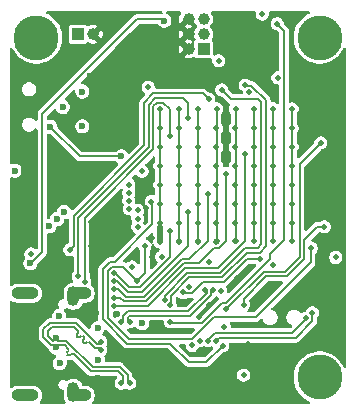
<source format=gbr>
%TF.GenerationSoftware,KiCad,Pcbnew,9.0.1*%
%TF.CreationDate,2025-04-25T01:04:06-07:00*%
%TF.ProjectId,microcouple,6d696372-6f63-46f7-9570-6c652e6b6963,rev?*%
%TF.SameCoordinates,Original*%
%TF.FileFunction,Copper,L4,Bot*%
%TF.FilePolarity,Positive*%
%FSLAX46Y46*%
G04 Gerber Fmt 4.6, Leading zero omitted, Abs format (unit mm)*
G04 Created by KiCad (PCBNEW 9.0.1) date 2025-04-25 01:04:06*
%MOMM*%
%LPD*%
G01*
G04 APERTURE LIST*
%TA.AperFunction,ComponentPad*%
%ADD10O,1.950000X1.000000*%
%TD*%
%TA.AperFunction,ComponentPad*%
%ADD11O,2.300000X1.000000*%
%TD*%
%TA.AperFunction,ComponentPad*%
%ADD12O,1.000000X1.700000*%
%TD*%
%TA.AperFunction,ComponentPad*%
%ADD13C,3.800000*%
%TD*%
%TA.AperFunction,ComponentPad*%
%ADD14R,1.000000X1.000000*%
%TD*%
%TA.AperFunction,ComponentPad*%
%ADD15C,1.000000*%
%TD*%
%TA.AperFunction,ViaPad*%
%ADD16C,0.500000*%
%TD*%
%TA.AperFunction,ViaPad*%
%ADD17C,0.600000*%
%TD*%
%TA.AperFunction,Conductor*%
%ADD18C,0.200000*%
%TD*%
%TA.AperFunction,Conductor*%
%ADD19C,0.500000*%
%TD*%
%TA.AperFunction,Conductor*%
%ADD20C,0.400000*%
%TD*%
%TA.AperFunction,Conductor*%
%ADD21C,0.157500*%
%TD*%
G04 APERTURE END LIST*
D10*
%TO.P,J2,S1,SHIELD*%
%TO.N,Net-(J2-SHIELD)*%
X92587500Y-68980000D03*
D11*
X87967500Y-68980000D03*
D12*
X92027500Y-69220000D03*
X92027500Y-77350000D03*
D10*
X92587500Y-77620000D03*
D11*
X87967500Y-77620000D03*
%TD*%
D13*
%TO.P,H2,1,1*%
%TO.N,Net-(C25-Pad1)*%
X112900000Y-47350000D03*
%TD*%
%TO.P,H3,1,1*%
%TO.N,Net-(C26-Pad1)*%
X112900000Y-76100000D03*
%TD*%
D14*
%TO.P,J4,1,Pin_1*%
%TO.N,/Capacitive Touch/CS2*%
X103065000Y-48298000D03*
D15*
%TO.P,J4,2,Pin_2*%
%TO.N,GND*%
X101795000Y-48298000D03*
%TO.P,J4,3,Pin_3*%
%TO.N,/Capacitive Touch/CS3*%
X103065000Y-47028000D03*
%TO.P,J4,4,Pin_4*%
%TO.N,GND*%
X101795000Y-47028000D03*
%TO.P,J4,5,Pin_5*%
%TO.N,/Capacitive Touch/CS4*%
X103065000Y-45758000D03*
%TO.P,J4,6,Pin_6*%
%TO.N,GND*%
X101795000Y-45758000D03*
%TD*%
D14*
%TO.P,BT1,1,+*%
%TO.N,+BATT*%
X92455000Y-47050000D03*
D15*
%TO.P,BT1,2,-*%
%TO.N,GND*%
X93725000Y-47050000D03*
%TD*%
D13*
%TO.P,H1,1,1*%
%TO.N,Net-(C24-Pad1)*%
X88900000Y-47350000D03*
%TD*%
D16*
%TO.N,GND*%
X106900000Y-51970000D03*
%TO.N,+3.3V*%
X96987654Y-66737120D03*
%TO.N,GND*%
X96750000Y-66100000D03*
%TO.N,+1V1*%
X104525297Y-68783296D03*
%TO.N,GND*%
X113050000Y-60000000D03*
D17*
X96200000Y-55850000D03*
X90900000Y-49650000D03*
D16*
X106800000Y-73300000D03*
X113300000Y-64800000D03*
X89050000Y-67200000D03*
X102647069Y-70947069D03*
X108200000Y-47200000D03*
X107200000Y-70200000D03*
X108200000Y-49000000D03*
X95550000Y-64950000D03*
D17*
X98530000Y-49880000D03*
D16*
X94550000Y-63950000D03*
D17*
X90850000Y-75950000D03*
D16*
X105400000Y-75656000D03*
X106400000Y-49000000D03*
X91450000Y-46000000D03*
D17*
X93967663Y-70682202D03*
D16*
X98680104Y-64333657D03*
X103550000Y-70000000D03*
X109446000Y-70300000D03*
X104350000Y-50950000D03*
X93550000Y-64950000D03*
X114250000Y-49950000D03*
D17*
X88650000Y-57200000D03*
X96450000Y-74150000D03*
D16*
X105250000Y-46050000D03*
D17*
X94000000Y-52650000D03*
D16*
X113300000Y-62050000D03*
D17*
X87890003Y-58600000D03*
D16*
X101050000Y-69700000D03*
X108198162Y-68598162D03*
X106400000Y-47200000D03*
X99300000Y-76100000D03*
X98200000Y-61750000D03*
D17*
X95713030Y-70738696D03*
D16*
X107300000Y-48100000D03*
X98700000Y-65950000D03*
X108500000Y-51000000D03*
D17*
X93450000Y-50600000D03*
D16*
X114000000Y-57600000D03*
X101300000Y-73500000D03*
D17*
X94150000Y-76150000D03*
D16*
X104200000Y-77750000D03*
X114250000Y-73550000D03*
D17*
X90150000Y-55950000D03*
D16*
X91100000Y-68100000D03*
X101050000Y-72200000D03*
X93550000Y-62950000D03*
X105885140Y-67709000D03*
D17*
%TO.N,+BATT*%
X92800000Y-51900000D03*
%TO.N,+3.3V*%
X97861684Y-71488316D03*
D16*
X103538532Y-66311000D03*
X98400000Y-51550000D03*
X104350000Y-49300000D03*
X108050000Y-45350000D03*
X106450000Y-75900000D03*
X102100000Y-73400000D03*
X109351849Y-50750000D03*
X99515090Y-65887324D03*
D17*
X87100000Y-58600000D03*
D16*
X104800000Y-71818999D03*
X108950000Y-66600000D03*
X114250000Y-65950000D03*
%TO.N,+1V1*%
X102740651Y-73000000D03*
X101825419Y-68422095D03*
D17*
%TO.N,VBUS*%
X90000000Y-63300000D03*
X90850000Y-70892500D03*
X91250000Y-62100000D03*
X90650000Y-62700000D03*
D16*
X88450000Y-65650000D03*
D17*
X90882498Y-74900000D03*
X94150000Y-74631000D03*
X94098434Y-71936563D03*
%TO.N,/Battery Management/VIN*%
X92800000Y-54850000D03*
X91150000Y-53200000D03*
D16*
%TO.N,/~{MX_SDB}*%
X98639377Y-61217974D03*
X104682933Y-73425830D03*
%TO.N,/CT_RESET*%
X104600000Y-51750000D03*
X99761573Y-69515346D03*
D17*
%TO.N,/Battery Management/PWR_ENABLE*%
X90100000Y-54900000D03*
X96109713Y-57400000D03*
%TO.N,/Battery Management/Charge Status*%
X88400000Y-66450000D03*
X99750000Y-45900000D03*
D16*
%TO.N,/LED Matrix/LEDMTX.R7*%
X91750127Y-65289409D03*
X103500000Y-52550000D03*
%TO.N,/LED Matrix/LEDMTX.C0*%
X99361091Y-55003296D03*
X99370104Y-53381426D03*
X99361091Y-64603296D03*
X99361091Y-61403296D03*
X99361091Y-56603296D03*
X99361091Y-59803296D03*
X99361091Y-58203296D03*
X97500000Y-63350000D03*
X99361091Y-63003296D03*
%TO.N,/LED Matrix/LEDMTX.C1*%
X100961118Y-59801697D03*
X100961118Y-64601697D03*
X100961118Y-63001697D03*
X100972858Y-53369527D03*
X100961118Y-55001697D03*
X100961118Y-56601697D03*
X100961118Y-58201697D03*
X97500000Y-62659997D03*
X100961118Y-61401697D03*
%TO.N,/LED Matrix/LEDMTX.C2*%
X102561240Y-64600000D03*
X102561240Y-55000000D03*
X102561240Y-56600000D03*
X97500000Y-61969994D03*
X102561240Y-59800000D03*
X102561240Y-63000000D03*
X102561240Y-58200000D03*
X102561240Y-61400000D03*
X102572858Y-53369527D03*
%TO.N,/LED Matrix/LEDMTX.C3*%
X104161465Y-54998210D03*
X104161465Y-64598210D03*
X96788778Y-61842452D03*
X104161465Y-62998210D03*
X104161465Y-61398210D03*
X104172858Y-53369527D03*
X104161465Y-59798210D03*
X104161465Y-58198210D03*
X104161465Y-56598210D03*
%TO.N,/LED Matrix/LEDMTX.C4*%
X105761794Y-59796333D03*
X105761794Y-54996333D03*
X96743711Y-61153923D03*
X105761794Y-64596333D03*
X105761794Y-56596333D03*
X105761794Y-61396333D03*
X105761794Y-58196333D03*
X105761794Y-62996333D03*
X105772858Y-53369527D03*
%TO.N,/LED Matrix/LEDMTX.C5*%
X107372858Y-53369527D03*
X96752321Y-60463974D03*
X107362229Y-61394371D03*
X107362229Y-59794371D03*
X107362229Y-62994371D03*
X107362229Y-56594371D03*
X107362229Y-58194371D03*
X107362229Y-54994371D03*
X107362229Y-64594371D03*
%TO.N,/LED Matrix/LEDMTX.C6*%
X108972858Y-53369527D03*
X108962772Y-58192329D03*
X96749713Y-59773976D03*
X108962772Y-56592329D03*
X108962772Y-62992329D03*
X108962772Y-59792329D03*
X108962772Y-64592329D03*
X108962772Y-61392329D03*
X108962772Y-54992329D03*
%TO.N,/LED Matrix/LEDMTX.C7*%
X110563426Y-64590213D03*
X110563426Y-61390213D03*
X110563426Y-58190213D03*
X110572858Y-53369527D03*
X110563426Y-54990213D03*
X110563426Y-59790213D03*
X97862551Y-58662551D03*
X110563426Y-56590213D03*
X110563426Y-62990213D03*
%TO.N,/LED Matrix/LEDMTX.R6*%
X101760118Y-54114948D03*
X92473521Y-67539833D03*
%TO.N,/LED Matrix/LEDMTX.R5*%
X93010000Y-68000000D03*
X100196540Y-55650000D03*
%TO.N,/LED Matrix/LEDMTX.R4*%
X95500037Y-70030012D03*
X106600000Y-57200000D03*
%TO.N,/LED Matrix/LEDMTX.R3*%
X95499926Y-69340010D03*
X105000000Y-58850000D03*
%TO.N,/LED Matrix/LEDMTX.R2*%
X95500103Y-68650008D03*
X103407314Y-60539323D03*
%TO.N,/LED Matrix/LEDMTX.R1*%
X101748808Y-62109067D03*
X95499394Y-67960006D03*
%TO.N,/LED Matrix/LEDMTX.R0*%
X100250000Y-63750000D03*
X95506364Y-67270039D03*
%TO.N,/IR.TX*%
X105000000Y-70350000D03*
X113000000Y-56250000D03*
%TO.N,/SWDIO*%
X104140003Y-73000000D03*
X112290000Y-70645630D03*
%TO.N,/SWCLK*%
X111750000Y-71100000D03*
X103450000Y-73000000D03*
%TO.N,/USB.D+*%
X94381601Y-73075000D03*
D17*
X90562129Y-73570000D03*
D16*
X96100000Y-76600000D03*
%TO.N,/USB.D-*%
X96800000Y-76600000D03*
D17*
X90562129Y-72770000D03*
D16*
X94381601Y-73775000D03*
%TO.N,/I2C0.SDL*%
X112200000Y-65150000D03*
X97451000Y-67950000D03*
X98103675Y-64989998D03*
%TO.N,/I2C0.SDA*%
X107850000Y-66100000D03*
X101337514Y-68910000D03*
%TO.N,/USB.D_PROTECTED+*%
X96100000Y-71400000D03*
X103150000Y-68703452D03*
%TO.N,/USB.D_PROTECTED-*%
X103850000Y-68703452D03*
X96800000Y-71400000D03*
%TO.N,/~{CT_ALERT}*%
X109300000Y-46150000D03*
X100250000Y-71407500D03*
%TO.N,/IR.RX*%
X106469324Y-69950001D03*
X113300000Y-63350000D03*
%TO.N,/CT_WAKE*%
X106588486Y-51360588D03*
X100259998Y-69992500D03*
%TD*%
D18*
%TO.N,/CT_RESET*%
X104600000Y-51750000D02*
X105350000Y-52500000D01*
X105350000Y-52500000D02*
X107647042Y-52500000D01*
X107647042Y-52500000D02*
X107959000Y-52811958D01*
X107959000Y-52811958D02*
X107959000Y-64841000D01*
X107959000Y-64841000D02*
X107650000Y-65150000D01*
X107650000Y-65150000D02*
X106552958Y-65150000D01*
X106552958Y-65150000D02*
X104470958Y-67232000D01*
X104470958Y-67232000D02*
X101698880Y-67232000D01*
X101698880Y-67232000D02*
X99761573Y-69169307D01*
X99761573Y-69169307D02*
X99761573Y-69515346D01*
%TO.N,/CT_WAKE*%
X101860837Y-67623001D02*
X100302573Y-69181265D01*
X107811958Y-65541000D02*
X106714916Y-65541000D01*
X107100063Y-51400063D02*
X108350001Y-52650001D01*
X106714916Y-65541000D02*
X104632916Y-67623000D01*
X106627961Y-51400063D02*
X107100063Y-51400063D01*
X104632916Y-67623000D02*
X101860837Y-67623001D01*
X108350001Y-65002957D02*
X107811958Y-65541000D01*
X108350001Y-52650001D02*
X108350001Y-65002957D01*
X106588486Y-51360588D02*
X106627961Y-51400063D01*
X100302573Y-69181265D02*
X100302573Y-69949925D01*
X100302573Y-69949925D02*
X100259998Y-69992500D01*
%TO.N,/I2C0.SDL*%
X94958926Y-67052387D02*
X94958926Y-71038158D01*
X94958926Y-71038158D02*
X96771117Y-72850349D01*
X95282274Y-66729039D02*
X94958926Y-67052387D01*
X112140000Y-66326634D02*
X112140000Y-65260000D01*
X96230039Y-66729039D02*
X95282274Y-66729039D01*
X97451000Y-67950000D02*
X96230039Y-66729039D01*
X98103675Y-67297325D02*
X98103675Y-64989998D01*
X97451000Y-67950000D02*
X98103675Y-67297325D01*
X96771117Y-72850349D02*
X102125212Y-72850349D01*
X102125212Y-72850349D02*
X103975561Y-71000000D01*
X103975561Y-71000000D02*
X107466634Y-71000000D01*
X107466634Y-71000000D02*
X112140000Y-66326634D01*
X112140000Y-65260000D02*
X112200000Y-65200000D01*
X112200000Y-65200000D02*
X112200000Y-65150000D01*
%TO.N,/~{MX_SDB}*%
X96609160Y-73241350D02*
X100241350Y-73241350D01*
X100241350Y-73241350D02*
X101800000Y-74800000D01*
X94567926Y-71200116D02*
X96609160Y-73241350D01*
X98741000Y-61319597D02*
X98741000Y-63147039D01*
X101800000Y-74800000D02*
X103308763Y-74800000D01*
X98741000Y-63147039D02*
X95550000Y-66338039D01*
X103308763Y-74800000D02*
X104682933Y-73425830D01*
X94567925Y-66890430D02*
X94567926Y-71200116D01*
X95120316Y-66338039D02*
X94567925Y-66890430D01*
X95550000Y-66338039D02*
X95120316Y-66338039D01*
X98639377Y-61217974D02*
X98741000Y-61319597D01*
%TO.N,/Battery Management/PWR_ENABLE*%
X92600000Y-57400000D02*
X90100000Y-54900000D01*
X96109713Y-57400000D02*
X92600000Y-57400000D01*
%TO.N,/Battery Management/Charge Status*%
X88415090Y-66450000D02*
X88400000Y-66450000D01*
X89409000Y-65456090D02*
X88415090Y-66450000D01*
X89409000Y-53805199D02*
X89409000Y-65456090D01*
X99750000Y-45900000D02*
X99600000Y-45750000D01*
X97464199Y-45750000D02*
X89409000Y-53805199D01*
X99600000Y-45750000D02*
X97464199Y-45750000D01*
%TO.N,/LED Matrix/LEDMTX.R7*%
X98038090Y-53166348D02*
X98038091Y-53166349D01*
X91750127Y-65289409D02*
X92082521Y-64957015D01*
X98038090Y-56461910D02*
X98038090Y-53166348D01*
X98038090Y-52842434D02*
X98821525Y-52058999D01*
X92082521Y-62417479D02*
X98038090Y-56461910D01*
X92082520Y-62741394D02*
X92082521Y-62417479D01*
X99145440Y-52059000D02*
X103008999Y-52058999D01*
X92082521Y-64957015D02*
X92082521Y-62741395D01*
X103008999Y-52058999D02*
X103500000Y-52550000D01*
X98038091Y-53166349D02*
X98038090Y-52842434D01*
X92082521Y-62741395D02*
X92082520Y-62741394D01*
X98821525Y-52058999D02*
X99145440Y-52059000D01*
D19*
%TO.N,/LED Matrix/LEDMTX.C0*%
X99370104Y-63400000D02*
X99370104Y-64594283D01*
X99370104Y-64594283D02*
X99361091Y-64603296D01*
D18*
X99370104Y-53381426D02*
X99370104Y-63400000D01*
D20*
X99320104Y-63350000D02*
X99370104Y-63400000D01*
D18*
%TO.N,/LED Matrix/LEDMTX.C1*%
X100972858Y-53369527D02*
X100972858Y-64589957D01*
D19*
X100972858Y-64589957D02*
X100961118Y-64601697D01*
%TO.N,/LED Matrix/LEDMTX.C2*%
X102572858Y-64588382D02*
X102561240Y-64600000D01*
D18*
X102572858Y-53369527D02*
X102572858Y-64588382D01*
%TO.N,/LED Matrix/LEDMTX.C3*%
X104172858Y-53369527D02*
X104172858Y-64586817D01*
D19*
X104172858Y-64586817D02*
X104161465Y-64598210D01*
D18*
%TO.N,/LED Matrix/LEDMTX.C4*%
X105772858Y-53369527D02*
X105772858Y-64585269D01*
D19*
X105772858Y-64585269D02*
X105761794Y-64596333D01*
%TO.N,/LED Matrix/LEDMTX.C5*%
X107372858Y-64583742D02*
X107362229Y-64594371D01*
D18*
X107372858Y-53369527D02*
X107372858Y-64583742D01*
D19*
%TO.N,/LED Matrix/LEDMTX.C6*%
X108972858Y-64582243D02*
X108962772Y-64592329D01*
D18*
X108972858Y-53369527D02*
X108972858Y-64582243D01*
%TO.N,/LED Matrix/LEDMTX.C7*%
X110572858Y-53369527D02*
X110572858Y-64580781D01*
D19*
X110572858Y-64580781D02*
X110563426Y-64590213D01*
D18*
%TO.N,/LED Matrix/LEDMTX.R6*%
X92473521Y-67539833D02*
X92473521Y-62579437D01*
X98429090Y-56623868D02*
X98429091Y-53004391D01*
X98983482Y-52450000D02*
X101350000Y-52450000D01*
X92473521Y-62579437D02*
X98429090Y-56623868D01*
X101760118Y-52860118D02*
X101760118Y-54114948D01*
X101350000Y-52450000D02*
X101760118Y-52860118D01*
X98429091Y-53004391D02*
X98983482Y-52450000D01*
%TO.N,/LED Matrix/LEDMTX.R5*%
X98820090Y-56785826D02*
X98820091Y-56785825D01*
X93009000Y-62596916D02*
X93009000Y-67310222D01*
X93014521Y-67315743D02*
X93014521Y-67995479D01*
X98820091Y-56461911D02*
X98820090Y-56785826D01*
X99641000Y-52841000D02*
X99145440Y-52841000D01*
X100196540Y-55650000D02*
X100196540Y-53396540D01*
X100196540Y-53396540D02*
X99641000Y-52841000D01*
X93014521Y-67995479D02*
X93010000Y-68000000D01*
X93377958Y-62227958D02*
X93009000Y-62596916D01*
X93009000Y-67310222D02*
X93014521Y-67315743D01*
X99145440Y-52841000D02*
X98820091Y-53166349D01*
X98820090Y-56461910D02*
X98820091Y-53166349D01*
X98820090Y-56461910D02*
X98820091Y-56461911D01*
X93001000Y-62604916D02*
X93377958Y-62227958D01*
X98820091Y-56785825D02*
X93377958Y-62227958D01*
%TO.N,/LED Matrix/LEDMTX.R4*%
X95500037Y-70030012D02*
X95525026Y-70055001D01*
X98322920Y-70055002D02*
X101536922Y-66841000D01*
X95525026Y-70055001D02*
X96147648Y-70055002D01*
X96147648Y-70055002D02*
X96471563Y-70055001D01*
X106600000Y-64550000D02*
X106600000Y-57200000D01*
X96471563Y-70055001D02*
X98322920Y-70055002D01*
X104309000Y-66841000D02*
X106600000Y-64550000D01*
X101536922Y-66841000D02*
X104309000Y-66841000D01*
%TO.N,/LED Matrix/LEDMTX.R3*%
X98160963Y-69664001D02*
X101374964Y-66450000D01*
X105000000Y-64524765D02*
X105000000Y-58850000D01*
X101374964Y-66450000D02*
X102650000Y-66450000D01*
X95499926Y-69340010D02*
X95985614Y-69340010D01*
X95985614Y-69340010D02*
X96309605Y-69664001D01*
X96309605Y-69664001D02*
X98160963Y-69664001D01*
X104385555Y-65139210D02*
X105000000Y-64524765D01*
X103960790Y-65139210D02*
X104385555Y-65139210D01*
X102650000Y-66450000D02*
X103960790Y-65139210D01*
%TO.N,/LED Matrix/LEDMTX.R2*%
X101876330Y-66050000D02*
X103407314Y-64519016D01*
X97999006Y-69273000D02*
X101222006Y-66050000D01*
X101222006Y-66050000D02*
X101876330Y-66050000D01*
X95848570Y-68650008D02*
X96471564Y-69273002D01*
X96471564Y-69273002D02*
X97999006Y-69273000D01*
X95500103Y-68650008D02*
X95848570Y-68650008D01*
X103407314Y-64519016D02*
X103407314Y-60539323D01*
%TO.N,/LED Matrix/LEDMTX.R1*%
X101750000Y-64969048D02*
X101750000Y-62110259D01*
X97837048Y-68882000D02*
X101750000Y-64969048D01*
X101750000Y-62110259D02*
X101748808Y-62109067D01*
X96633521Y-68882001D02*
X97837048Y-68882000D01*
X95499394Y-67960006D02*
X95711526Y-67960006D01*
X95711526Y-67960006D02*
X96633521Y-68882001D01*
%TO.N,/LED Matrix/LEDMTX.R0*%
X100250000Y-65916090D02*
X97675090Y-68491000D01*
X96795478Y-68491000D02*
X95574517Y-67270039D01*
X100250000Y-63750000D02*
X100250000Y-65916090D01*
X97675090Y-68491000D02*
X96795478Y-68491000D01*
X95574517Y-67270039D02*
X95506364Y-67270039D01*
%TO.N,/IR.TX*%
X111208999Y-65941001D02*
X110000000Y-67150000D01*
X110000000Y-67150000D02*
X108200000Y-67150000D01*
X113000000Y-56250000D02*
X111208999Y-58041001D01*
X108200000Y-67150000D02*
X105000000Y-70350000D01*
X111208999Y-58041001D02*
X111208999Y-65941001D01*
%TO.N,/SWDIO*%
X112290000Y-70645630D02*
X112290000Y-71325090D01*
X104390003Y-72750000D02*
X104140003Y-73000000D01*
X110865091Y-72749999D02*
X104390003Y-72750000D01*
X112290000Y-71325090D02*
X110865091Y-72749999D01*
%TO.N,/SWCLK*%
X103450000Y-72924913D02*
X103450000Y-73000000D01*
X104015914Y-72358999D02*
X103450000Y-72924913D01*
X111750000Y-71100000D02*
X111750000Y-71197849D01*
X110588850Y-72358999D02*
X104015914Y-72358999D01*
X111750000Y-71197849D02*
X110588850Y-72358999D01*
D21*
%TO.N,/USB.D+*%
X96271250Y-76428750D02*
X96100000Y-76600000D01*
X89510689Y-72020872D02*
X89510689Y-72718256D01*
X90562129Y-73570000D02*
X90783379Y-73348750D01*
X93520816Y-75569230D02*
X95831138Y-75569230D01*
X96271250Y-76009342D02*
X96271250Y-76428750D01*
X92077312Y-74125726D02*
X93520816Y-75569230D01*
X91300336Y-73348750D02*
X91622290Y-73670704D01*
X95831138Y-75569230D02*
X96271250Y-76009342D01*
X91622290Y-73872936D02*
X91528292Y-73966933D01*
X90783379Y-73348750D02*
X91300336Y-73348750D01*
X94049042Y-73246250D02*
X92274042Y-71471250D01*
X94381601Y-73075000D02*
X94210351Y-73246250D01*
X89510689Y-72718256D02*
X90141183Y-73348750D01*
X90340879Y-73348750D02*
X90562129Y-73570000D01*
X91528292Y-74169166D02*
X91578850Y-74219724D01*
X92274042Y-71471250D02*
X90060311Y-71471250D01*
X91781082Y-74219724D02*
X91875079Y-74125726D01*
X94210351Y-73246250D02*
X94049042Y-73246250D01*
X90060311Y-71471250D02*
X89510689Y-72020872D01*
X90141183Y-73348750D02*
X90340879Y-73348750D01*
X91622290Y-73670704D02*
G75*
G02*
X91622270Y-73872916I-101090J-101096D01*
G01*
X91875079Y-74125726D02*
G75*
G02*
X92077313Y-74125725I101117J-101116D01*
G01*
X91578850Y-74219724D02*
G75*
G03*
X91781082Y-74219724I101116J101115D01*
G01*
X91528292Y-73966933D02*
G75*
G03*
X91528341Y-74169116I101108J-101067D01*
G01*
%TO.N,/USB.D-*%
X90289267Y-72991250D02*
X90340879Y-72991250D01*
X92945931Y-72648724D02*
X92895376Y-72598168D01*
X92693142Y-72598167D02*
X92599205Y-72692105D01*
X90208395Y-71828750D02*
X92125958Y-71828750D01*
X92902464Y-73197775D02*
X92851905Y-73147216D01*
X95977242Y-75209750D02*
X96628750Y-75861258D01*
X91451217Y-72991250D02*
X93669717Y-75209750D01*
X90208395Y-71828750D02*
X89868189Y-72168956D01*
X89868189Y-72570172D02*
X90289267Y-72991250D01*
X96628750Y-76428750D02*
X96800000Y-76600000D01*
X93669717Y-75209750D02*
X95977242Y-75209750D01*
X92125958Y-71828750D02*
X92440350Y-72143143D01*
X93198724Y-73103749D02*
X93104698Y-73197776D01*
X91451217Y-72991250D02*
X90783379Y-72991250D01*
X94381601Y-73775000D02*
X94210351Y-73603750D01*
X92851905Y-72944984D02*
X92945932Y-72850958D01*
X89868189Y-72168956D02*
X89868189Y-72570172D01*
X96628750Y-75861258D02*
X96628750Y-76428750D01*
X90783379Y-72991250D02*
X90562129Y-72770000D01*
X93900958Y-73603750D02*
X93400958Y-73103750D01*
X90340879Y-72991250D02*
X90562129Y-72770000D01*
X92346414Y-72439314D02*
X92440350Y-72345375D01*
X92396973Y-72692105D02*
X92346414Y-72641546D01*
X94210351Y-73603750D02*
X93900958Y-73603750D01*
X92945932Y-72850958D02*
G75*
G03*
X92945973Y-72648683I-101132J101158D01*
G01*
X92599205Y-72692105D02*
G75*
G02*
X92396973Y-72692105I-101116J101115D01*
G01*
X92851905Y-73147216D02*
G75*
G02*
X92851905Y-72944984I101095J101116D01*
G01*
X92440350Y-72345375D02*
G75*
G03*
X92440309Y-72143184I-101150J101075D01*
G01*
X93400958Y-73103750D02*
G75*
G03*
X93198684Y-73103708I-101158J-101150D01*
G01*
X92895376Y-72598168D02*
G75*
G03*
X92693184Y-72598208I-101076J-101132D01*
G01*
X92346414Y-72641546D02*
G75*
G02*
X92346384Y-72439284I101086J101146D01*
G01*
X93104698Y-73197776D02*
G75*
G02*
X92902483Y-73197757I-101098J101076D01*
G01*
D18*
%TO.N,/I2C0.SDA*%
X102049509Y-68963095D02*
X102998603Y-68014001D01*
X107800000Y-66100000D02*
X107820501Y-66079499D01*
X107820501Y-66079499D02*
X107829499Y-66079499D01*
X106708874Y-66100000D02*
X107800000Y-66100000D01*
X104794872Y-68014002D02*
X106708874Y-66100000D01*
X101337514Y-68910000D02*
X101390609Y-68963095D01*
X102998603Y-68014001D02*
X104794872Y-68014002D01*
X101390609Y-68963095D02*
X102049509Y-68963095D01*
X107829499Y-66079499D02*
X107850000Y-66100000D01*
D21*
%TO.N,/USB.D_PROTECTED+*%
X103321250Y-68975958D02*
X101775958Y-70521250D01*
X96271250Y-71228750D02*
X96100000Y-71400000D01*
X96641481Y-70521250D02*
X96271250Y-70891481D01*
X103150000Y-68703452D02*
X103321250Y-68874702D01*
X103321250Y-68874702D02*
X103321250Y-68975958D01*
X96271250Y-70891481D02*
X96271250Y-71228750D01*
X101775958Y-70521250D02*
X96641481Y-70521250D01*
%TO.N,/USB.D_PROTECTED-*%
X96628750Y-71039565D02*
X96628750Y-71228750D01*
X96628750Y-71228750D02*
X96800000Y-71400000D01*
X103678750Y-68874702D02*
X103678750Y-69124042D01*
X101924042Y-70878750D02*
X96789565Y-70878750D01*
X103678750Y-69124042D02*
X101924042Y-70878750D01*
X103850000Y-68703452D02*
X103678750Y-68874702D01*
X96789565Y-70878750D02*
X96628750Y-71039565D01*
D18*
%TO.N,/~{CT_ALERT}*%
X100333500Y-71491000D02*
X102931603Y-71491000D01*
X108730910Y-66059000D02*
X108730910Y-65619090D01*
X102931603Y-71491000D02*
X104613603Y-69809000D01*
X100250000Y-71407500D02*
X100333500Y-71491000D01*
X108730910Y-65619090D02*
X109891849Y-64458151D01*
X104613603Y-69809000D02*
X104975910Y-69809000D01*
X109891849Y-46741849D02*
X109300000Y-46150000D01*
X104975910Y-69809000D02*
X108725910Y-66059000D01*
X109891849Y-64458151D02*
X109891849Y-46741849D01*
X108725910Y-66059000D02*
X108730910Y-66059000D01*
%TO.N,/IR.RX*%
X108361958Y-67541000D02*
X110161957Y-67541001D01*
X106469324Y-69950001D02*
X106469324Y-69433634D01*
X113300000Y-63350000D02*
X112700000Y-63350000D01*
X111600000Y-66102958D02*
X111600000Y-64450000D01*
X110161957Y-67541001D02*
X111600000Y-66102958D01*
X106469324Y-69433634D02*
X108361958Y-67541000D01*
X112700000Y-63350000D02*
X111600000Y-64450000D01*
%TD*%
%TA.AperFunction,Conductor*%
%TO.N,GND*%
G36*
X99541091Y-45120185D02*
G01*
X99586846Y-45172989D01*
X99596790Y-45242147D01*
X99567765Y-45305703D01*
X99521492Y-45339067D01*
X99519077Y-45340067D01*
X99471637Y-45349500D01*
X97524538Y-45349500D01*
X97524522Y-45349499D01*
X97516926Y-45349499D01*
X97411472Y-45349499D01*
X97326768Y-45372196D01*
X97326767Y-45372195D01*
X97309611Y-45376793D01*
X97247233Y-45412807D01*
X97230489Y-45422475D01*
X97218283Y-45429522D01*
X89088522Y-53559283D01*
X89088520Y-53559286D01*
X89035793Y-53650610D01*
X89014517Y-53730016D01*
X89008500Y-53752470D01*
X89008500Y-54263382D01*
X88988815Y-54330421D01*
X88936011Y-54376176D01*
X88866853Y-54386120D01*
X88803297Y-54357095D01*
X88786596Y-54336870D01*
X88785470Y-54337735D01*
X88780518Y-54331282D01*
X88668717Y-54219481D01*
X88668709Y-54219475D01*
X88531790Y-54140426D01*
X88531786Y-54140424D01*
X88531784Y-54140423D01*
X88379057Y-54099500D01*
X88220943Y-54099500D01*
X88068216Y-54140423D01*
X88068209Y-54140426D01*
X87931290Y-54219475D01*
X87931282Y-54219481D01*
X87819481Y-54331282D01*
X87819475Y-54331290D01*
X87740426Y-54468209D01*
X87740423Y-54468216D01*
X87699500Y-54620943D01*
X87699500Y-54779057D01*
X87739693Y-54929057D01*
X87740423Y-54931783D01*
X87740426Y-54931790D01*
X87819475Y-55068709D01*
X87819479Y-55068714D01*
X87819480Y-55068716D01*
X87931284Y-55180520D01*
X87931286Y-55180521D01*
X87931290Y-55180524D01*
X88068209Y-55259573D01*
X88068216Y-55259577D01*
X88220943Y-55300500D01*
X88220945Y-55300500D01*
X88379055Y-55300500D01*
X88379057Y-55300500D01*
X88531784Y-55259577D01*
X88668716Y-55180520D01*
X88780520Y-55068716D01*
X88780523Y-55068709D01*
X88785470Y-55062265D01*
X88788022Y-55064223D01*
X88827647Y-55026418D01*
X88896251Y-55013175D01*
X88961123Y-55039124D01*
X89001668Y-55096026D01*
X89008500Y-55136617D01*
X89008500Y-65130614D01*
X88988815Y-65197653D01*
X88936011Y-65243408D01*
X88866853Y-65253352D01*
X88803297Y-65224327D01*
X88796819Y-65218295D01*
X88788017Y-65209493D01*
X88788011Y-65209488D01*
X88662488Y-65137017D01*
X88662489Y-65137017D01*
X88651006Y-65133940D01*
X88522475Y-65099500D01*
X88377525Y-65099500D01*
X88248993Y-65133940D01*
X88237511Y-65137017D01*
X88111988Y-65209488D01*
X88111982Y-65209493D01*
X88009493Y-65311982D01*
X88009488Y-65311988D01*
X87937017Y-65437511D01*
X87932583Y-65454055D01*
X87899500Y-65577525D01*
X87899500Y-65722475D01*
X87924640Y-65816296D01*
X87937017Y-65862489D01*
X87937018Y-65862490D01*
X87963108Y-65907678D01*
X87979582Y-65975578D01*
X87956730Y-66041605D01*
X87943405Y-66057359D01*
X87919478Y-66081286D01*
X87919475Y-66081290D01*
X87840426Y-66218209D01*
X87840423Y-66218216D01*
X87799500Y-66370943D01*
X87799500Y-66529057D01*
X87833868Y-66657318D01*
X87840423Y-66681783D01*
X87840426Y-66681790D01*
X87919475Y-66818709D01*
X87919479Y-66818714D01*
X87919480Y-66818716D01*
X88031284Y-66930520D01*
X88031286Y-66930521D01*
X88031290Y-66930524D01*
X88064340Y-66949605D01*
X88168216Y-67009577D01*
X88320943Y-67050500D01*
X88320945Y-67050500D01*
X88479055Y-67050500D01*
X88479057Y-67050500D01*
X88631784Y-67009577D01*
X88768716Y-66930520D01*
X88880520Y-66818716D01*
X88959577Y-66681784D01*
X89000500Y-66529057D01*
X89000500Y-66482345D01*
X89020185Y-66415306D01*
X89036819Y-66394664D01*
X89381983Y-66049500D01*
X89729480Y-65702003D01*
X89782207Y-65610678D01*
X89809500Y-65508817D01*
X89809500Y-65403363D01*
X89809500Y-64024500D01*
X89829185Y-63957461D01*
X89881989Y-63911706D01*
X89933500Y-63900500D01*
X90079055Y-63900500D01*
X90079057Y-63900500D01*
X90231784Y-63859577D01*
X90368716Y-63780520D01*
X90480520Y-63668716D01*
X90559577Y-63531784D01*
X90596923Y-63392404D01*
X90633287Y-63332746D01*
X90696134Y-63302217D01*
X90716697Y-63300500D01*
X90729055Y-63300500D01*
X90729057Y-63300500D01*
X90881784Y-63259577D01*
X91018716Y-63180520D01*
X91130520Y-63068716D01*
X91209577Y-62931784D01*
X91248572Y-62786250D01*
X91260731Y-62766301D01*
X91268823Y-62744378D01*
X91278578Y-62737022D01*
X91284936Y-62726592D01*
X91305952Y-62716382D01*
X91324612Y-62702314D01*
X91336237Y-62698576D01*
X91481784Y-62659577D01*
X91496020Y-62651358D01*
X91563921Y-62634885D01*
X91629948Y-62657738D01*
X91673138Y-62712659D01*
X91682020Y-62758745D01*
X91682020Y-62804110D01*
X91682021Y-62804123D01*
X91682021Y-64642590D01*
X91662336Y-64709629D01*
X91609532Y-64755384D01*
X91590117Y-64762363D01*
X91549021Y-64773376D01*
X91537638Y-64776426D01*
X91412115Y-64848897D01*
X91412109Y-64848902D01*
X91309620Y-64951391D01*
X91309615Y-64951397D01*
X91237144Y-65076920D01*
X91237143Y-65076924D01*
X91199627Y-65216934D01*
X91199627Y-65361884D01*
X91233423Y-65488011D01*
X91237144Y-65501897D01*
X91309615Y-65627420D01*
X91309617Y-65627422D01*
X91309618Y-65627424D01*
X91412112Y-65729918D01*
X91412113Y-65729919D01*
X91412115Y-65729920D01*
X91537638Y-65802391D01*
X91537639Y-65802391D01*
X91537642Y-65802393D01*
X91677652Y-65839909D01*
X91677655Y-65839909D01*
X91822598Y-65839909D01*
X91822602Y-65839909D01*
X91916931Y-65814633D01*
X91986776Y-65816296D01*
X92044639Y-65855458D01*
X92072144Y-65919686D01*
X92073021Y-65934408D01*
X92073021Y-67110447D01*
X92053336Y-67177486D01*
X92036702Y-67198128D01*
X92033014Y-67201815D01*
X92033009Y-67201821D01*
X91960538Y-67327344D01*
X91960537Y-67327348D01*
X91923021Y-67467358D01*
X91923021Y-67612308D01*
X91936333Y-67661988D01*
X91960538Y-67752321D01*
X92037053Y-67884848D01*
X92053526Y-67952748D01*
X92030674Y-68018775D01*
X91975752Y-68061966D01*
X91953858Y-68068465D01*
X91794008Y-68100261D01*
X91793998Y-68100264D01*
X91648327Y-68160602D01*
X91648314Y-68160609D01*
X91517211Y-68248210D01*
X91517207Y-68248213D01*
X91405713Y-68359707D01*
X91405710Y-68359711D01*
X91318109Y-68490814D01*
X91318102Y-68490827D01*
X91257764Y-68636498D01*
X91257761Y-68636510D01*
X91227000Y-68791153D01*
X91227000Y-69375980D01*
X91207315Y-69443019D01*
X91154511Y-69488774D01*
X91119188Y-69498919D01*
X91114773Y-69499500D01*
X91012913Y-69526793D01*
X91012910Y-69526794D01*
X90921585Y-69579521D01*
X90847021Y-69654085D01*
X90794294Y-69745410D01*
X90794293Y-69745413D01*
X90767000Y-69847273D01*
X90767000Y-69952727D01*
X90779016Y-69997569D01*
X90794293Y-70054586D01*
X90794294Y-70054589D01*
X90800793Y-70065846D01*
X90817700Y-70095130D01*
X90829071Y-70114824D01*
X90845544Y-70182724D01*
X90822692Y-70248751D01*
X90767770Y-70291942D01*
X90753778Y-70296599D01*
X90618214Y-70332923D01*
X90618209Y-70332926D01*
X90481290Y-70411975D01*
X90481282Y-70411981D01*
X90369481Y-70523782D01*
X90369475Y-70523790D01*
X90290426Y-70660709D01*
X90290423Y-70660716D01*
X90249500Y-70813443D01*
X90249500Y-70968000D01*
X90229815Y-71035039D01*
X90177011Y-71080794D01*
X90125500Y-71092000D01*
X90010382Y-71092000D01*
X89913926Y-71117845D01*
X89913923Y-71117846D01*
X89827449Y-71167771D01*
X89827444Y-71167775D01*
X89207214Y-71788005D01*
X89207212Y-71788008D01*
X89177012Y-71840316D01*
X89177010Y-71840318D01*
X89171133Y-71850500D01*
X89157284Y-71874487D01*
X89132004Y-71968836D01*
X89131439Y-71970943D01*
X89131439Y-72668326D01*
X89131439Y-72768186D01*
X89156435Y-72861473D01*
X89157284Y-72864641D01*
X89190235Y-72921714D01*
X89207212Y-72951119D01*
X89207214Y-72951122D01*
X89284889Y-73028797D01*
X89284895Y-73028802D01*
X89837705Y-73581612D01*
X89837707Y-73581615D01*
X89908318Y-73652226D01*
X89938622Y-73669721D01*
X89947902Y-73677901D01*
X89960205Y-73697406D01*
X89976123Y-73714099D01*
X89984655Y-73736168D01*
X89985177Y-73736996D01*
X89985172Y-73737507D01*
X89985682Y-73738827D01*
X89992387Y-73763847D01*
X90002552Y-73801783D01*
X90002555Y-73801790D01*
X90081604Y-73938709D01*
X90081608Y-73938714D01*
X90081609Y-73938716D01*
X90193413Y-74050520D01*
X90193415Y-74050521D01*
X90193419Y-74050524D01*
X90317566Y-74122199D01*
X90330345Y-74129577D01*
X90483072Y-74170500D01*
X90483080Y-74170500D01*
X90491132Y-74171561D01*
X90490936Y-74173049D01*
X90549293Y-74190185D01*
X90595048Y-74242989D01*
X90604992Y-74312147D01*
X90575967Y-74375703D01*
X90544253Y-74401888D01*
X90513783Y-74419479D01*
X90513780Y-74419481D01*
X90401979Y-74531282D01*
X90401973Y-74531290D01*
X90322924Y-74668209D01*
X90322921Y-74668216D01*
X90281998Y-74820943D01*
X90281998Y-74979057D01*
X90319892Y-75120477D01*
X90322921Y-75131783D01*
X90322924Y-75131790D01*
X90401973Y-75268709D01*
X90401977Y-75268714D01*
X90401978Y-75268716D01*
X90513782Y-75380520D01*
X90513784Y-75380521D01*
X90513788Y-75380524D01*
X90650707Y-75459573D01*
X90650714Y-75459577D01*
X90803441Y-75500500D01*
X90803443Y-75500500D01*
X90961553Y-75500500D01*
X90961555Y-75500500D01*
X91114282Y-75459577D01*
X91251214Y-75380520D01*
X91363018Y-75268716D01*
X91442075Y-75131784D01*
X91482998Y-74979057D01*
X91482998Y-74820943D01*
X91475095Y-74791448D01*
X91476758Y-74721602D01*
X91515920Y-74663740D01*
X91580148Y-74636235D01*
X91608752Y-74636138D01*
X91660641Y-74641984D01*
X91679965Y-74644162D01*
X91679966Y-74644162D01*
X91679970Y-74644162D01*
X91796907Y-74630986D01*
X91796908Y-74630985D01*
X91796913Y-74630985D01*
X91907996Y-74592115D01*
X91908001Y-74592111D01*
X91908060Y-74592091D01*
X91977839Y-74588528D01*
X92036697Y-74621451D01*
X93212999Y-75797753D01*
X93213009Y-75797764D01*
X93217339Y-75802094D01*
X93217340Y-75802095D01*
X93287951Y-75872706D01*
X93374431Y-75922635D01*
X93470887Y-75948480D01*
X93570746Y-75948480D01*
X95622686Y-75948480D01*
X95652126Y-75957124D01*
X95682113Y-75963648D01*
X95687128Y-75967402D01*
X95689725Y-75968165D01*
X95710367Y-75984799D01*
X95735840Y-76010272D01*
X95769325Y-76071595D01*
X95764341Y-76141287D01*
X95735841Y-76185633D01*
X95659494Y-76261981D01*
X95659488Y-76261988D01*
X95587017Y-76387511D01*
X95587016Y-76387515D01*
X95549500Y-76527525D01*
X95549500Y-76672475D01*
X95586041Y-76808845D01*
X95587017Y-76812488D01*
X95659488Y-76938011D01*
X95659490Y-76938013D01*
X95659491Y-76938015D01*
X95761985Y-77040509D01*
X95761986Y-77040510D01*
X95761988Y-77040511D01*
X95887511Y-77112982D01*
X95887512Y-77112982D01*
X95887515Y-77112984D01*
X96027525Y-77150500D01*
X96027528Y-77150500D01*
X96172472Y-77150500D01*
X96172475Y-77150500D01*
X96312485Y-77112984D01*
X96388001Y-77069384D01*
X96455899Y-77052912D01*
X96511998Y-77069384D01*
X96587515Y-77112984D01*
X96727525Y-77150500D01*
X96727528Y-77150500D01*
X96872472Y-77150500D01*
X96872475Y-77150500D01*
X97012485Y-77112984D01*
X97138015Y-77040509D01*
X97240509Y-76938015D01*
X97312984Y-76812485D01*
X97350500Y-76672475D01*
X97350500Y-76527525D01*
X97312984Y-76387515D01*
X97307613Y-76378213D01*
X97240511Y-76261988D01*
X97240506Y-76261982D01*
X97138017Y-76159493D01*
X97138015Y-76159491D01*
X97069998Y-76120221D01*
X97061715Y-76111534D01*
X97050797Y-76106548D01*
X97038051Y-76086715D01*
X97021784Y-76069654D01*
X97018568Y-76056398D01*
X97013023Y-76047770D01*
X97008000Y-76012835D01*
X97008000Y-75827525D01*
X105899500Y-75827525D01*
X105899500Y-75972475D01*
X105930111Y-76086715D01*
X105937017Y-76112488D01*
X106009488Y-76238011D01*
X106009490Y-76238013D01*
X106009491Y-76238015D01*
X106111985Y-76340509D01*
X106111986Y-76340510D01*
X106111988Y-76340511D01*
X106237511Y-76412982D01*
X106237512Y-76412982D01*
X106237515Y-76412984D01*
X106377525Y-76450500D01*
X106377528Y-76450500D01*
X106522472Y-76450500D01*
X106522475Y-76450500D01*
X106662485Y-76412984D01*
X106788015Y-76340509D01*
X106890509Y-76238015D01*
X106962984Y-76112485D01*
X107000500Y-75972475D01*
X107000500Y-75827525D01*
X106962984Y-75687515D01*
X106952746Y-75669783D01*
X106890511Y-75561988D01*
X106890506Y-75561982D01*
X106788017Y-75459493D01*
X106788011Y-75459488D01*
X106662488Y-75387017D01*
X106662489Y-75387017D01*
X106638234Y-75380518D01*
X106522475Y-75349500D01*
X106377525Y-75349500D01*
X106261766Y-75380518D01*
X106237511Y-75387017D01*
X106111988Y-75459488D01*
X106111982Y-75459493D01*
X106009493Y-75561982D01*
X106009488Y-75561988D01*
X105937017Y-75687511D01*
X105937016Y-75687515D01*
X105899500Y-75827525D01*
X97008000Y-75827525D01*
X97008000Y-75811331D01*
X97008000Y-75811329D01*
X96982155Y-75714873D01*
X96982155Y-75714872D01*
X96948128Y-75655937D01*
X96932226Y-75628393D01*
X96861615Y-75557782D01*
X96861612Y-75557780D01*
X96287788Y-74983956D01*
X96287786Y-74983953D01*
X96210108Y-74906275D01*
X96210103Y-74906271D01*
X96123629Y-74856346D01*
X96123628Y-74856345D01*
X96094416Y-74848518D01*
X96065205Y-74840691D01*
X96065203Y-74840690D01*
X96065201Y-74840689D01*
X96027173Y-74830500D01*
X96027172Y-74830500D01*
X96027171Y-74830500D01*
X94874500Y-74830500D01*
X94807461Y-74810815D01*
X94761706Y-74758011D01*
X94750500Y-74706500D01*
X94750500Y-74551945D01*
X94750500Y-74551943D01*
X94709577Y-74399216D01*
X94693529Y-74371421D01*
X94677057Y-74303522D01*
X94699909Y-74237495D01*
X94714744Y-74222131D01*
X94713869Y-74221256D01*
X94764626Y-74170499D01*
X94822110Y-74113015D01*
X94894585Y-73987485D01*
X94932101Y-73847475D01*
X94932101Y-73702525D01*
X94894585Y-73562515D01*
X94850985Y-73486998D01*
X94834513Y-73419101D01*
X94850985Y-73363001D01*
X94894585Y-73287485D01*
X94932101Y-73147475D01*
X94932101Y-73002525D01*
X94894585Y-72862515D01*
X94893983Y-72861473D01*
X94822112Y-72736988D01*
X94822107Y-72736982D01*
X94719618Y-72634493D01*
X94719612Y-72634488D01*
X94594090Y-72562017D01*
X94593482Y-72561854D01*
X94587120Y-72560149D01*
X94527463Y-72523785D01*
X94496935Y-72460938D01*
X94505230Y-72391562D01*
X94531535Y-72352697D01*
X94578954Y-72305279D01*
X94658011Y-72168347D01*
X94668304Y-72129929D01*
X94704669Y-72070270D01*
X94767516Y-72039741D01*
X94836891Y-72048036D01*
X94875760Y-72074343D01*
X96363247Y-73561830D01*
X96442334Y-73607491D01*
X96452874Y-73613577D01*
X96454572Y-73614557D01*
X96556433Y-73641850D01*
X96661887Y-73641850D01*
X100024095Y-73641850D01*
X100091134Y-73661535D01*
X100111776Y-73678169D01*
X101554087Y-75120480D01*
X101645412Y-75173207D01*
X101747273Y-75200500D01*
X101747275Y-75200500D01*
X103361488Y-75200500D01*
X103361490Y-75200500D01*
X103463351Y-75173207D01*
X103554676Y-75120480D01*
X104662507Y-74012649D01*
X104723830Y-73979164D01*
X104750188Y-73976330D01*
X104755405Y-73976330D01*
X104755408Y-73976330D01*
X104895418Y-73938814D01*
X105020948Y-73866339D01*
X105123442Y-73763845D01*
X105195917Y-73638315D01*
X105233433Y-73498305D01*
X105233433Y-73353355D01*
X105220902Y-73306589D01*
X105222565Y-73236744D01*
X105261727Y-73178881D01*
X105325955Y-73151376D01*
X105340677Y-73150499D01*
X110917816Y-73150499D01*
X110917818Y-73150499D01*
X111019679Y-73123206D01*
X111111004Y-73070479D01*
X112525703Y-71655777D01*
X112525708Y-71655774D01*
X112535911Y-71645570D01*
X112535913Y-71645570D01*
X112610480Y-71571003D01*
X112663207Y-71479677D01*
X112668047Y-71461615D01*
X112690501Y-71377817D01*
X112690501Y-71272363D01*
X112690500Y-71272359D01*
X112690500Y-71075016D01*
X112710185Y-71007977D01*
X112726819Y-70987335D01*
X112730509Y-70983645D01*
X112802984Y-70858115D01*
X112840500Y-70718105D01*
X112840500Y-70573155D01*
X112802984Y-70433145D01*
X112796822Y-70422473D01*
X112730511Y-70307618D01*
X112730506Y-70307612D01*
X112628017Y-70205123D01*
X112628011Y-70205118D01*
X112502488Y-70132647D01*
X112502489Y-70132647D01*
X112491006Y-70129570D01*
X112362475Y-70095130D01*
X112217525Y-70095130D01*
X112088993Y-70129570D01*
X112077511Y-70132647D01*
X111951988Y-70205118D01*
X111951982Y-70205123D01*
X111849493Y-70307612D01*
X111849488Y-70307618D01*
X111777017Y-70433141D01*
X111777016Y-70433143D01*
X111769650Y-70460632D01*
X111733283Y-70520291D01*
X111681970Y-70548309D01*
X111537511Y-70587017D01*
X111407805Y-70661904D01*
X111339905Y-70678377D01*
X111273878Y-70655525D01*
X111242701Y-70623405D01*
X111232625Y-70608324D01*
X111142677Y-70518376D01*
X111142673Y-70518373D01*
X111036907Y-70447702D01*
X111036898Y-70447697D01*
X110919375Y-70399018D01*
X110919376Y-70399018D01*
X110919373Y-70399017D01*
X110919369Y-70399016D01*
X110919365Y-70399015D01*
X110794610Y-70374200D01*
X110794606Y-70374200D01*
X110667394Y-70374200D01*
X110667389Y-70374200D01*
X110542634Y-70399015D01*
X110542624Y-70399018D01*
X110425101Y-70447697D01*
X110425092Y-70447702D01*
X110319326Y-70518373D01*
X110319322Y-70518376D01*
X110229376Y-70608322D01*
X110229373Y-70608326D01*
X110158702Y-70714092D01*
X110158697Y-70714101D01*
X110110018Y-70831624D01*
X110110015Y-70831634D01*
X110085200Y-70956389D01*
X110085200Y-71083610D01*
X110108982Y-71203170D01*
X110110017Y-71208373D01*
X110119008Y-71230081D01*
X110158697Y-71325898D01*
X110158702Y-71325907D01*
X110229373Y-71431673D01*
X110229376Y-71431677D01*
X110319322Y-71521623D01*
X110319326Y-71521626D01*
X110425092Y-71592297D01*
X110425105Y-71592304D01*
X110459412Y-71606514D01*
X110511073Y-71627912D01*
X110565476Y-71671752D01*
X110587541Y-71738046D01*
X110570262Y-71805746D01*
X110551302Y-71830154D01*
X110459274Y-71922181D01*
X110397954Y-71955665D01*
X110371595Y-71958499D01*
X105474500Y-71958499D01*
X105407461Y-71938814D01*
X105361706Y-71886010D01*
X105350500Y-71834499D01*
X105350500Y-71746526D01*
X105350500Y-71746524D01*
X105312984Y-71606514D01*
X105301429Y-71586501D01*
X105284956Y-71518602D01*
X105307808Y-71452574D01*
X105362728Y-71409383D01*
X105408816Y-71400500D01*
X107519359Y-71400500D01*
X107519361Y-71400500D01*
X107621222Y-71373207D01*
X107712547Y-71320480D01*
X107872763Y-71160263D01*
X107934083Y-71126780D01*
X108003775Y-71131764D01*
X108059709Y-71173635D01*
X108074658Y-71203170D01*
X108075686Y-71202745D01*
X108078016Y-71208372D01*
X108078017Y-71208373D01*
X108086706Y-71229350D01*
X108126697Y-71325898D01*
X108126702Y-71325907D01*
X108197373Y-71431673D01*
X108197376Y-71431677D01*
X108287322Y-71521623D01*
X108287326Y-71521626D01*
X108393092Y-71592297D01*
X108393098Y-71592300D01*
X108393099Y-71592301D01*
X108510627Y-71640983D01*
X108603545Y-71659465D01*
X108635389Y-71665799D01*
X108635393Y-71665800D01*
X108635394Y-71665800D01*
X108762607Y-71665800D01*
X108762608Y-71665799D01*
X108887373Y-71640983D01*
X109004901Y-71592301D01*
X109110674Y-71521626D01*
X109200626Y-71431674D01*
X109271301Y-71325901D01*
X109319983Y-71208373D01*
X109344800Y-71083606D01*
X109344800Y-70956394D01*
X109319983Y-70831627D01*
X109271301Y-70714099D01*
X109271300Y-70714098D01*
X109271297Y-70714092D01*
X109200626Y-70608326D01*
X109200623Y-70608322D01*
X109110677Y-70518376D01*
X109110673Y-70518373D01*
X109004907Y-70447702D01*
X109004898Y-70447697D01*
X108881745Y-70396686D01*
X108882597Y-70394627D01*
X108832517Y-70361810D01*
X108804056Y-70298000D01*
X108814613Y-70228932D01*
X108839262Y-70193764D01*
X112375703Y-66657321D01*
X112375708Y-66657318D01*
X112385911Y-66647114D01*
X112385913Y-66647114D01*
X112460480Y-66572547D01*
X112513207Y-66481221D01*
X112519027Y-66459500D01*
X112540501Y-66379361D01*
X112540501Y-66273907D01*
X112540500Y-66273903D01*
X112540500Y-65877525D01*
X113699500Y-65877525D01*
X113699500Y-66022475D01*
X113737016Y-66162485D01*
X113737017Y-66162488D01*
X113809488Y-66288011D01*
X113809490Y-66288013D01*
X113809491Y-66288015D01*
X113911985Y-66390509D01*
X113911986Y-66390510D01*
X113911988Y-66390511D01*
X114037511Y-66462982D01*
X114037512Y-66462982D01*
X114037515Y-66462984D01*
X114177525Y-66500500D01*
X114177528Y-66500500D01*
X114322472Y-66500500D01*
X114322475Y-66500500D01*
X114462485Y-66462984D01*
X114588015Y-66390509D01*
X114690509Y-66288015D01*
X114762984Y-66162485D01*
X114800500Y-66022475D01*
X114800500Y-65877525D01*
X114762984Y-65737515D01*
X114755034Y-65723746D01*
X114690511Y-65611988D01*
X114690506Y-65611982D01*
X114588017Y-65509493D01*
X114588011Y-65509488D01*
X114462488Y-65437017D01*
X114462489Y-65437017D01*
X114451006Y-65433940D01*
X114322475Y-65399500D01*
X114177525Y-65399500D01*
X114048993Y-65433940D01*
X114037511Y-65437017D01*
X113911988Y-65509488D01*
X113911982Y-65509493D01*
X113809493Y-65611982D01*
X113809488Y-65611988D01*
X113737017Y-65737511D01*
X113737016Y-65737515D01*
X113699500Y-65877525D01*
X112540500Y-65877525D01*
X112540500Y-65639386D01*
X112560185Y-65572347D01*
X112576819Y-65551705D01*
X112600202Y-65528322D01*
X112640509Y-65488015D01*
X112712984Y-65362485D01*
X112750500Y-65222475D01*
X112750500Y-65077525D01*
X112712984Y-64937515D01*
X112712655Y-64936946D01*
X112640511Y-64811988D01*
X112640506Y-64811982D01*
X112538017Y-64709493D01*
X112538011Y-64709488D01*
X112412488Y-64637017D01*
X112412489Y-64637017D01*
X112398894Y-64633374D01*
X112278356Y-64601075D01*
X112218698Y-64564712D01*
X112188169Y-64501865D01*
X112196464Y-64432489D01*
X112222768Y-64393624D01*
X112808422Y-63807970D01*
X112869743Y-63774487D01*
X112939435Y-63779471D01*
X112958102Y-63788266D01*
X112961982Y-63790506D01*
X112961985Y-63790509D01*
X113087515Y-63862984D01*
X113227525Y-63900500D01*
X113227528Y-63900500D01*
X113372472Y-63900500D01*
X113372475Y-63900500D01*
X113512485Y-63862984D01*
X113638015Y-63790509D01*
X113740509Y-63688015D01*
X113812984Y-63562485D01*
X113850500Y-63422475D01*
X113850500Y-63277525D01*
X113812984Y-63137515D01*
X113810845Y-63133811D01*
X113740511Y-63011988D01*
X113740506Y-63011982D01*
X113638017Y-62909493D01*
X113638011Y-62909488D01*
X113512488Y-62837017D01*
X113512489Y-62837017D01*
X113501006Y-62833940D01*
X113372475Y-62799500D01*
X113227525Y-62799500D01*
X113098993Y-62833940D01*
X113087511Y-62837017D01*
X112961988Y-62909488D01*
X112961982Y-62909493D01*
X112958295Y-62913181D01*
X112896972Y-62946666D01*
X112870614Y-62949500D01*
X112647273Y-62949500D01*
X112545410Y-62976793D01*
X112454087Y-63029520D01*
X112454084Y-63029522D01*
X111821180Y-63662427D01*
X111759857Y-63695912D01*
X111690165Y-63690928D01*
X111634232Y-63649056D01*
X111609815Y-63583592D01*
X111609499Y-63574746D01*
X111609499Y-58258256D01*
X111629184Y-58191217D01*
X111645818Y-58170575D01*
X112979574Y-56836819D01*
X113040897Y-56803334D01*
X113067255Y-56800500D01*
X113072472Y-56800500D01*
X113072475Y-56800500D01*
X113212485Y-56762984D01*
X113338015Y-56690509D01*
X113440509Y-56588015D01*
X113512984Y-56462485D01*
X113550500Y-56322475D01*
X113550500Y-56177525D01*
X113512984Y-56037515D01*
X113440509Y-55911985D01*
X113338015Y-55809491D01*
X113338013Y-55809490D01*
X113338011Y-55809488D01*
X113212488Y-55737017D01*
X113212489Y-55737017D01*
X113201006Y-55733940D01*
X113072475Y-55699500D01*
X112927525Y-55699500D01*
X112798993Y-55733940D01*
X112787511Y-55737017D01*
X112661988Y-55809488D01*
X112661982Y-55809493D01*
X112559493Y-55911982D01*
X112559488Y-55911988D01*
X112487017Y-56037511D01*
X112487016Y-56037515D01*
X112449500Y-56177525D01*
X112449500Y-56177527D01*
X112449500Y-56182745D01*
X112429815Y-56249784D01*
X112413181Y-56270426D01*
X111185039Y-57498568D01*
X111123716Y-57532053D01*
X111054024Y-57527069D01*
X110998091Y-57485197D01*
X110973674Y-57419733D01*
X110973358Y-57410887D01*
X110973358Y-57010167D01*
X110993043Y-56943128D01*
X110999524Y-56935085D01*
X110998988Y-56934674D01*
X111003930Y-56928232D01*
X111003935Y-56928228D01*
X111076410Y-56802698D01*
X111113926Y-56662688D01*
X111113926Y-56517738D01*
X111076410Y-56377728D01*
X111050202Y-56332335D01*
X111003937Y-56252201D01*
X110998988Y-56245752D01*
X111001830Y-56243570D01*
X110976192Y-56196617D01*
X110973358Y-56170259D01*
X110973358Y-55410167D01*
X110993043Y-55343128D01*
X110999524Y-55335085D01*
X110998988Y-55334674D01*
X111003930Y-55328232D01*
X111003935Y-55328228D01*
X111076410Y-55202698D01*
X111113926Y-55062688D01*
X111113926Y-54917738D01*
X111076410Y-54777728D01*
X111011584Y-54665447D01*
X111003937Y-54652201D01*
X110998988Y-54645752D01*
X111001830Y-54643570D01*
X110976192Y-54596617D01*
X110973358Y-54570259D01*
X110973358Y-53798913D01*
X110993043Y-53731874D01*
X111009677Y-53711232D01*
X111013367Y-53707542D01*
X111085842Y-53582012D01*
X111123358Y-53442002D01*
X111123358Y-53297052D01*
X111085842Y-53157042D01*
X111083683Y-53153303D01*
X111013369Y-53031515D01*
X111013364Y-53031509D01*
X110910875Y-52929020D01*
X110910869Y-52929015D01*
X110785346Y-52856544D01*
X110785347Y-52856544D01*
X110762790Y-52850500D01*
X110645333Y-52819027D01*
X110500383Y-52819027D01*
X110448441Y-52832944D01*
X110378593Y-52831282D01*
X110320730Y-52792120D01*
X110293226Y-52727891D01*
X110292349Y-52713170D01*
X110292349Y-46689122D01*
X110292348Y-46689118D01*
X110285345Y-46662982D01*
X110281551Y-46648821D01*
X110265056Y-46587261D01*
X110212329Y-46495936D01*
X109886819Y-46170426D01*
X109853334Y-46109103D01*
X109850500Y-46082745D01*
X109850500Y-46077527D01*
X109850500Y-46077525D01*
X109812984Y-45937515D01*
X109791613Y-45900500D01*
X109740511Y-45811988D01*
X109740506Y-45811982D01*
X109638017Y-45709493D01*
X109638011Y-45709488D01*
X109512488Y-45637017D01*
X109512489Y-45637017D01*
X109501006Y-45633940D01*
X109372475Y-45599500D01*
X109227525Y-45599500D01*
X109098993Y-45633940D01*
X109087511Y-45637017D01*
X108961988Y-45709488D01*
X108961982Y-45709493D01*
X108859493Y-45811982D01*
X108859488Y-45811988D01*
X108787017Y-45937511D01*
X108787016Y-45937515D01*
X108749500Y-46077525D01*
X108749500Y-46222475D01*
X108787016Y-46362485D01*
X108787017Y-46362488D01*
X108859488Y-46488011D01*
X108859490Y-46488013D01*
X108859491Y-46488015D01*
X108961985Y-46590509D01*
X108961986Y-46590510D01*
X108961988Y-46590511D01*
X109087511Y-46662982D01*
X109087512Y-46662982D01*
X109087515Y-46662984D01*
X109227525Y-46700500D01*
X109232745Y-46700500D01*
X109262185Y-46709144D01*
X109292172Y-46715668D01*
X109297187Y-46719422D01*
X109299784Y-46720185D01*
X109320426Y-46736819D01*
X109455030Y-46871423D01*
X109488515Y-46932746D01*
X109491349Y-46959104D01*
X109491349Y-50075500D01*
X109471664Y-50142539D01*
X109418860Y-50188294D01*
X109367349Y-50199500D01*
X109279374Y-50199500D01*
X109150842Y-50233940D01*
X109139360Y-50237017D01*
X109013837Y-50309488D01*
X109013831Y-50309493D01*
X108911342Y-50411982D01*
X108911337Y-50411988D01*
X108838866Y-50537511D01*
X108838865Y-50537515D01*
X108801349Y-50677525D01*
X108801349Y-50822475D01*
X108827503Y-50920081D01*
X108838866Y-50962488D01*
X108911337Y-51088011D01*
X108911339Y-51088013D01*
X108911340Y-51088015D01*
X109013834Y-51190509D01*
X109013835Y-51190510D01*
X109013837Y-51190511D01*
X109139360Y-51262982D01*
X109139361Y-51262982D01*
X109139364Y-51262984D01*
X109279374Y-51300500D01*
X109279377Y-51300500D01*
X109367349Y-51300500D01*
X109434388Y-51320185D01*
X109480143Y-51372989D01*
X109491349Y-51424500D01*
X109491349Y-52818441D01*
X109471664Y-52885480D01*
X109418860Y-52931235D01*
X109349702Y-52941179D01*
X109305349Y-52925828D01*
X109185346Y-52856544D01*
X109185347Y-52856544D01*
X109162790Y-52850500D01*
X109045333Y-52819027D01*
X108900383Y-52819027D01*
X108900381Y-52819027D01*
X108892327Y-52820088D01*
X108891922Y-52817015D01*
X108888703Y-52816938D01*
X108871423Y-52821550D01*
X108854499Y-52816120D01*
X108836733Y-52815696D01*
X108821923Y-52805670D01*
X108804893Y-52800207D01*
X108793591Y-52786490D01*
X108778875Y-52776528D01*
X108771836Y-52760088D01*
X108760463Y-52746284D01*
X108755462Y-52721839D01*
X108751377Y-52712297D01*
X108751363Y-52712183D01*
X108750501Y-52704910D01*
X108750501Y-52597274D01*
X108729935Y-52520520D01*
X108723208Y-52495413D01*
X108670481Y-52404088D01*
X107345976Y-51079583D01*
X107300313Y-51053219D01*
X107254652Y-51026856D01*
X107203720Y-51013209D01*
X107152790Y-50999563D01*
X107152789Y-50999563D01*
X107057347Y-50999563D01*
X106990308Y-50979878D01*
X106969666Y-50963244D01*
X106926503Y-50920081D01*
X106926497Y-50920076D01*
X106800974Y-50847605D01*
X106800975Y-50847605D01*
X106789492Y-50844528D01*
X106660961Y-50810088D01*
X106516011Y-50810088D01*
X106387479Y-50844528D01*
X106375997Y-50847605D01*
X106250474Y-50920076D01*
X106250468Y-50920081D01*
X106147979Y-51022570D01*
X106147974Y-51022576D01*
X106075503Y-51148099D01*
X106075502Y-51148103D01*
X106037986Y-51288113D01*
X106037986Y-51433063D01*
X106075502Y-51573073D01*
X106075503Y-51573076D01*
X106147974Y-51698599D01*
X106147976Y-51698601D01*
X106147977Y-51698603D01*
X106250471Y-51801097D01*
X106250472Y-51801098D01*
X106250474Y-51801099D01*
X106366545Y-51868113D01*
X106414761Y-51918680D01*
X106427983Y-51987287D01*
X106402015Y-52052152D01*
X106345101Y-52092680D01*
X106304545Y-52099500D01*
X105567255Y-52099500D01*
X105500216Y-52079815D01*
X105479574Y-52063181D01*
X105186819Y-51770426D01*
X105153334Y-51709103D01*
X105150500Y-51682745D01*
X105150500Y-51677527D01*
X105150500Y-51677525D01*
X105112984Y-51537515D01*
X105109385Y-51531282D01*
X105040511Y-51411988D01*
X105040506Y-51411982D01*
X104938017Y-51309493D01*
X104938011Y-51309488D01*
X104812488Y-51237017D01*
X104812489Y-51237017D01*
X104775146Y-51227011D01*
X104672475Y-51199500D01*
X104527525Y-51199500D01*
X104424854Y-51227011D01*
X104387511Y-51237017D01*
X104261988Y-51309488D01*
X104261982Y-51309493D01*
X104159493Y-51411982D01*
X104159488Y-51411988D01*
X104087017Y-51537511D01*
X104087016Y-51537515D01*
X104049500Y-51677525D01*
X104049500Y-51822475D01*
X104087016Y-51962485D01*
X104087017Y-51962488D01*
X104159488Y-52088011D01*
X104159490Y-52088013D01*
X104159491Y-52088015D01*
X104261985Y-52190509D01*
X104261986Y-52190510D01*
X104261988Y-52190511D01*
X104387511Y-52262982D01*
X104387512Y-52262982D01*
X104387515Y-52262984D01*
X104527525Y-52300500D01*
X104532745Y-52300500D01*
X104599784Y-52320185D01*
X104620426Y-52336819D01*
X105104087Y-52820480D01*
X105195412Y-52873207D01*
X105237060Y-52884366D01*
X105296721Y-52920730D01*
X105327251Y-52983577D01*
X105318957Y-53052953D01*
X105312355Y-53066141D01*
X105259875Y-53157038D01*
X105259874Y-53157042D01*
X105222358Y-53297052D01*
X105222358Y-53442002D01*
X105256312Y-53568717D01*
X105259875Y-53582015D01*
X105332346Y-53707538D01*
X105332351Y-53707544D01*
X105336039Y-53711232D01*
X105369524Y-53772555D01*
X105372358Y-53798913D01*
X105372358Y-54555883D01*
X105352673Y-54622922D01*
X105336039Y-54643564D01*
X105321287Y-54658315D01*
X105321282Y-54658321D01*
X105248811Y-54783844D01*
X105248810Y-54783848D01*
X105211294Y-54923858D01*
X105211294Y-55068808D01*
X105241229Y-55180524D01*
X105248811Y-55208821D01*
X105321282Y-55334344D01*
X105321287Y-55334350D01*
X105336039Y-55349102D01*
X105369524Y-55410425D01*
X105372358Y-55436783D01*
X105372358Y-56155883D01*
X105352673Y-56222922D01*
X105336039Y-56243564D01*
X105321287Y-56258315D01*
X105321282Y-56258321D01*
X105248811Y-56383844D01*
X105248810Y-56383848D01*
X105211294Y-56523858D01*
X105211294Y-56668808D01*
X105236529Y-56762984D01*
X105248811Y-56808821D01*
X105321282Y-56934344D01*
X105321287Y-56934350D01*
X105336039Y-56949102D01*
X105369524Y-57010425D01*
X105372358Y-57036783D01*
X105372358Y-57755883D01*
X105352673Y-57822922D01*
X105336039Y-57843564D01*
X105321287Y-57858315D01*
X105321282Y-57858321D01*
X105248811Y-57983844D01*
X105248810Y-57983848D01*
X105211294Y-58123858D01*
X105211294Y-58123860D01*
X105211294Y-58176381D01*
X105191609Y-58243420D01*
X105138805Y-58289175D01*
X105080602Y-58297897D01*
X105080602Y-58299500D01*
X104927525Y-58299500D01*
X104868058Y-58315434D01*
X104798208Y-58313771D01*
X104740346Y-58274608D01*
X104712842Y-58210379D01*
X104711965Y-58195659D01*
X104711965Y-58125737D01*
X104711965Y-58125735D01*
X104674449Y-57985725D01*
X104673365Y-57983848D01*
X104650763Y-57944700D01*
X104601974Y-57860195D01*
X104601968Y-57860189D01*
X104598983Y-57856298D01*
X104573788Y-57791129D01*
X104573358Y-57780810D01*
X104573358Y-57015609D01*
X104593043Y-56948570D01*
X104598987Y-56940117D01*
X104601967Y-56936231D01*
X104601974Y-56936225D01*
X104674449Y-56810695D01*
X104711965Y-56670685D01*
X104711965Y-56525735D01*
X104674449Y-56385725D01*
X104673365Y-56383848D01*
X104631706Y-56311693D01*
X104601974Y-56260195D01*
X104601968Y-56260189D01*
X104598983Y-56256298D01*
X104573788Y-56191129D01*
X104573358Y-56180810D01*
X104573358Y-55415609D01*
X104593043Y-55348570D01*
X104598987Y-55340117D01*
X104601967Y-55336231D01*
X104601974Y-55336225D01*
X104674449Y-55210695D01*
X104711965Y-55070685D01*
X104711965Y-54925735D01*
X104674449Y-54785725D01*
X104673365Y-54783848D01*
X104643336Y-54731836D01*
X104601974Y-54660195D01*
X104601968Y-54660189D01*
X104598983Y-54656298D01*
X104573788Y-54591129D01*
X104573358Y-54580810D01*
X104573358Y-53798913D01*
X104593043Y-53731874D01*
X104609677Y-53711232D01*
X104613367Y-53707542D01*
X104685842Y-53582012D01*
X104723358Y-53442002D01*
X104723358Y-53297052D01*
X104685842Y-53157042D01*
X104683683Y-53153303D01*
X104613369Y-53031515D01*
X104613364Y-53031509D01*
X104510875Y-52929020D01*
X104510869Y-52929015D01*
X104385346Y-52856544D01*
X104385347Y-52856544D01*
X104362790Y-52850500D01*
X104245333Y-52819027D01*
X104159434Y-52819027D01*
X104092395Y-52799342D01*
X104046640Y-52746538D01*
X104036696Y-52677380D01*
X104039659Y-52662934D01*
X104040314Y-52660485D01*
X104050500Y-52622475D01*
X104050500Y-52477525D01*
X104012984Y-52337515D01*
X104002978Y-52320185D01*
X103940511Y-52211988D01*
X103940506Y-52211982D01*
X103838017Y-52109493D01*
X103838011Y-52109488D01*
X103712488Y-52037017D01*
X103712489Y-52037017D01*
X103701006Y-52033940D01*
X103572475Y-51999500D01*
X103572472Y-51999500D01*
X103567255Y-51999500D01*
X103500216Y-51979815D01*
X103479574Y-51963181D01*
X103254914Y-51738521D01*
X103254912Y-51738519D01*
X103209249Y-51712155D01*
X103163588Y-51685792D01*
X103097965Y-51668209D01*
X103061726Y-51658499D01*
X103061725Y-51658499D01*
X99074500Y-51658499D01*
X99007461Y-51638814D01*
X98961706Y-51586010D01*
X98950500Y-51534499D01*
X98950500Y-51477527D01*
X98950500Y-51477525D01*
X98912984Y-51337515D01*
X98909385Y-51331282D01*
X98840511Y-51211988D01*
X98840506Y-51211982D01*
X98738017Y-51109493D01*
X98738011Y-51109488D01*
X98612488Y-51037017D01*
X98612489Y-51037017D01*
X98601006Y-51033940D01*
X98472475Y-50999500D01*
X98327525Y-50999500D01*
X98198993Y-51033940D01*
X98187511Y-51037017D01*
X98061988Y-51109488D01*
X98061982Y-51109493D01*
X97959493Y-51211982D01*
X97959488Y-51211988D01*
X97887017Y-51337511D01*
X97887016Y-51337515D01*
X97849500Y-51477525D01*
X97849500Y-51622475D01*
X97880595Y-51738521D01*
X97887017Y-51762488D01*
X97959488Y-51888011D01*
X97959490Y-51888013D01*
X97959491Y-51888015D01*
X98061985Y-51990509D01*
X98087907Y-52005475D01*
X98136121Y-52056040D01*
X98149345Y-52124647D01*
X98123377Y-52189512D01*
X98113587Y-52200542D01*
X97717612Y-52596518D01*
X97717610Y-52596521D01*
X97664883Y-52687844D01*
X97637590Y-52789707D01*
X97637590Y-56244654D01*
X97617905Y-56311693D01*
X97601271Y-56332335D01*
X96818733Y-57114872D01*
X96757410Y-57148357D01*
X96687718Y-57143373D01*
X96631785Y-57101501D01*
X96623669Y-57089198D01*
X96590233Y-57031284D01*
X96478429Y-56919480D01*
X96478427Y-56919479D01*
X96478422Y-56919475D01*
X96341503Y-56840426D01*
X96341499Y-56840424D01*
X96341497Y-56840423D01*
X96188770Y-56799500D01*
X96030656Y-56799500D01*
X95877929Y-56840423D01*
X95877922Y-56840426D01*
X95741003Y-56919475D01*
X95740995Y-56919481D01*
X95697296Y-56963181D01*
X95635973Y-56996666D01*
X95609615Y-56999500D01*
X92817255Y-56999500D01*
X92750216Y-56979815D01*
X92729574Y-56963181D01*
X90736819Y-54970426D01*
X90724777Y-54948374D01*
X90709287Y-54928592D01*
X90706751Y-54915361D01*
X90703334Y-54909103D01*
X90701037Y-54894276D01*
X90700500Y-54888526D01*
X90700500Y-54820943D01*
X90687103Y-54770943D01*
X92199500Y-54770943D01*
X92199500Y-54929057D01*
X92238384Y-55074172D01*
X92240423Y-55081783D01*
X92240426Y-55081790D01*
X92319475Y-55218709D01*
X92319479Y-55218714D01*
X92319480Y-55218716D01*
X92431284Y-55330520D01*
X92431286Y-55330521D01*
X92431290Y-55330524D01*
X92522224Y-55383024D01*
X92568216Y-55409577D01*
X92720943Y-55450500D01*
X92720945Y-55450500D01*
X92879055Y-55450500D01*
X92879057Y-55450500D01*
X93031784Y-55409577D01*
X93168716Y-55330520D01*
X93280520Y-55218716D01*
X93359577Y-55081784D01*
X93400500Y-54929057D01*
X93400500Y-54770943D01*
X93359577Y-54618216D01*
X93347107Y-54596617D01*
X93280524Y-54481290D01*
X93280518Y-54481282D01*
X93168717Y-54369481D01*
X93168709Y-54369475D01*
X93031790Y-54290426D01*
X93031786Y-54290424D01*
X93031784Y-54290423D01*
X92879057Y-54249500D01*
X92720943Y-54249500D01*
X92568216Y-54290423D01*
X92568209Y-54290426D01*
X92431290Y-54369475D01*
X92431282Y-54369481D01*
X92319481Y-54481282D01*
X92319475Y-54481290D01*
X92240426Y-54618209D01*
X92240423Y-54618216D01*
X92199500Y-54770943D01*
X90687103Y-54770943D01*
X90659577Y-54668216D01*
X90654944Y-54660192D01*
X90580524Y-54531290D01*
X90580518Y-54531282D01*
X90468717Y-54419481D01*
X90468709Y-54419475D01*
X90331790Y-54340426D01*
X90331786Y-54340424D01*
X90331784Y-54340423D01*
X90179057Y-54299500D01*
X90020943Y-54299500D01*
X89965593Y-54314331D01*
X89940598Y-54313735D01*
X89915853Y-54317294D01*
X89906272Y-54312918D01*
X89895743Y-54312668D01*
X89875039Y-54298655D01*
X89852297Y-54288269D01*
X89846602Y-54279407D01*
X89837881Y-54273505D01*
X89828040Y-54250524D01*
X89814523Y-54229491D01*
X89812243Y-54213633D01*
X89810377Y-54209276D01*
X89809500Y-54194556D01*
X89809500Y-54022453D01*
X89829185Y-53955414D01*
X89845819Y-53934772D01*
X90100073Y-53680518D01*
X90388433Y-53392157D01*
X90449754Y-53358674D01*
X90519445Y-53363658D01*
X90575379Y-53405529D01*
X90586331Y-53424762D01*
X90586359Y-53424746D01*
X90669475Y-53568709D01*
X90669479Y-53568714D01*
X90669480Y-53568716D01*
X90781284Y-53680520D01*
X90781286Y-53680521D01*
X90781290Y-53680524D01*
X90878979Y-53736924D01*
X90918216Y-53759577D01*
X91070943Y-53800500D01*
X91070945Y-53800500D01*
X91229055Y-53800500D01*
X91229057Y-53800500D01*
X91381784Y-53759577D01*
X91518716Y-53680520D01*
X91630520Y-53568716D01*
X91709577Y-53431784D01*
X91750500Y-53279057D01*
X91750500Y-53120943D01*
X91709577Y-52968216D01*
X91688226Y-52931235D01*
X91630524Y-52831290D01*
X91630518Y-52831282D01*
X91518717Y-52719481D01*
X91518709Y-52719475D01*
X91374746Y-52636359D01*
X91375472Y-52635100D01*
X91327982Y-52596829D01*
X91305920Y-52530534D01*
X91323201Y-52462835D01*
X91342156Y-52438435D01*
X91987820Y-51792770D01*
X92049142Y-51759287D01*
X92118834Y-51764271D01*
X92174767Y-51806143D01*
X92199184Y-51871607D01*
X92199500Y-51880453D01*
X92199500Y-51979057D01*
X92225592Y-52076431D01*
X92240423Y-52131783D01*
X92240426Y-52131790D01*
X92319475Y-52268709D01*
X92319479Y-52268714D01*
X92319480Y-52268716D01*
X92431284Y-52380520D01*
X92431286Y-52380521D01*
X92431290Y-52380524D01*
X92568081Y-52459499D01*
X92568216Y-52459577D01*
X92720943Y-52500500D01*
X92720945Y-52500500D01*
X92879055Y-52500500D01*
X92879057Y-52500500D01*
X93031784Y-52459577D01*
X93168716Y-52380520D01*
X93280520Y-52268716D01*
X93359577Y-52131784D01*
X93400500Y-51979057D01*
X93400500Y-51820943D01*
X93359577Y-51668216D01*
X93333167Y-51622472D01*
X93280524Y-51531290D01*
X93280518Y-51531282D01*
X93168717Y-51419481D01*
X93168709Y-51419475D01*
X93031790Y-51340426D01*
X93031786Y-51340424D01*
X93031784Y-51340423D01*
X92879057Y-51299500D01*
X92780454Y-51299500D01*
X92713415Y-51279815D01*
X92667660Y-51227011D01*
X92657716Y-51157853D01*
X92686741Y-51094297D01*
X92692773Y-51087819D01*
X94142581Y-49638011D01*
X95561389Y-48219202D01*
X100995000Y-48219202D01*
X100995000Y-48376797D01*
X101025741Y-48531343D01*
X101025743Y-48531351D01*
X101079153Y-48660293D01*
X101441446Y-48298001D01*
X101441446Y-48297999D01*
X101079153Y-47935705D01*
X101025743Y-48064648D01*
X101025741Y-48064656D01*
X100995000Y-48219202D01*
X95561389Y-48219202D01*
X96117591Y-47663000D01*
X101513553Y-47663000D01*
X101795000Y-47944446D01*
X101795001Y-47944446D01*
X102052819Y-47686628D01*
X102083384Y-47669938D01*
X101795001Y-47381553D01*
X101795000Y-47381553D01*
X101513553Y-47663000D01*
X96117591Y-47663000D01*
X96831388Y-46949202D01*
X100995000Y-46949202D01*
X100995000Y-47106797D01*
X101025741Y-47261343D01*
X101025743Y-47261351D01*
X101079153Y-47390293D01*
X101441446Y-47028001D01*
X101441446Y-47027999D01*
X101398660Y-46985213D01*
X101470000Y-46985213D01*
X101470000Y-47070787D01*
X101492149Y-47153445D01*
X101534936Y-47227554D01*
X101595446Y-47288064D01*
X101669555Y-47330851D01*
X101752213Y-47353000D01*
X101837787Y-47353000D01*
X101920445Y-47330851D01*
X101994554Y-47288064D01*
X102055064Y-47227554D01*
X102097851Y-47153445D01*
X102120000Y-47070787D01*
X102120000Y-46985213D01*
X102097851Y-46902555D01*
X102055064Y-46828446D01*
X101994554Y-46767936D01*
X101920445Y-46725149D01*
X101837787Y-46703000D01*
X101752213Y-46703000D01*
X101669555Y-46725149D01*
X101595446Y-46767936D01*
X101534936Y-46828446D01*
X101492149Y-46902555D01*
X101470000Y-46985213D01*
X101398660Y-46985213D01*
X101079153Y-46665705D01*
X101025743Y-46794648D01*
X101025741Y-46794656D01*
X100995000Y-46949202D01*
X96831388Y-46949202D01*
X97593772Y-46186818D01*
X97655095Y-46153334D01*
X97681453Y-46150500D01*
X99129637Y-46150500D01*
X99196676Y-46170185D01*
X99237024Y-46212500D01*
X99269480Y-46268716D01*
X99381284Y-46380520D01*
X99381286Y-46380521D01*
X99381290Y-46380524D01*
X99518209Y-46459573D01*
X99518216Y-46459577D01*
X99670943Y-46500500D01*
X99670945Y-46500500D01*
X99829055Y-46500500D01*
X99829057Y-46500500D01*
X99981784Y-46459577D01*
X100097100Y-46393000D01*
X101513553Y-46393000D01*
X101795000Y-46674446D01*
X101795001Y-46674446D01*
X102076446Y-46393001D01*
X102076446Y-46392999D01*
X101795001Y-46111553D01*
X101795000Y-46111553D01*
X101513553Y-46393000D01*
X100097100Y-46393000D01*
X100118716Y-46380520D01*
X100230520Y-46268716D01*
X100239933Y-46252413D01*
X100298771Y-46150500D01*
X100309577Y-46131784D01*
X100350500Y-45979057D01*
X100350500Y-45820943D01*
X100309577Y-45668216D01*
X100293519Y-45640403D01*
X100230524Y-45531290D01*
X100230518Y-45531282D01*
X100118717Y-45419481D01*
X100118709Y-45419475D01*
X99981788Y-45340424D01*
X99978498Y-45339062D01*
X99976148Y-45337168D01*
X99974746Y-45336359D01*
X99974872Y-45336140D01*
X99924093Y-45295222D01*
X99902027Y-45228928D01*
X99919305Y-45161229D01*
X99970441Y-45113617D01*
X100025948Y-45100500D01*
X101040187Y-45100500D01*
X101107226Y-45120185D01*
X101152981Y-45172989D01*
X101162925Y-45242147D01*
X101143289Y-45293391D01*
X101086052Y-45379051D01*
X101086047Y-45379060D01*
X101025743Y-45524648D01*
X101025741Y-45524656D01*
X100995000Y-45679202D01*
X100995000Y-45836797D01*
X101025741Y-45991343D01*
X101025743Y-45991351D01*
X101079153Y-46120293D01*
X101470000Y-45729446D01*
X101470000Y-45800787D01*
X101492149Y-45883445D01*
X101534936Y-45957554D01*
X101595446Y-46018064D01*
X101669555Y-46060851D01*
X101752213Y-46083000D01*
X101837787Y-46083000D01*
X101920445Y-46060851D01*
X101994554Y-46018064D01*
X102055064Y-45957554D01*
X102097851Y-45883445D01*
X102120000Y-45800787D01*
X102120000Y-45729446D01*
X102247115Y-45856561D01*
X102280600Y-45917884D01*
X102281051Y-45920051D01*
X102295261Y-45991489D01*
X102295264Y-45991501D01*
X102355602Y-46137172D01*
X102355609Y-46137185D01*
X102443210Y-46268288D01*
X102443213Y-46268292D01*
X102480240Y-46305319D01*
X102513725Y-46366642D01*
X102508741Y-46436334D01*
X102480240Y-46480681D01*
X102443213Y-46517707D01*
X102443210Y-46517711D01*
X102355609Y-46648814D01*
X102355602Y-46648827D01*
X102295264Y-46794498D01*
X102295261Y-46794508D01*
X102281051Y-46865948D01*
X102248666Y-46927859D01*
X102247116Y-46929437D01*
X102148553Y-47028000D01*
X102247115Y-47126561D01*
X102280600Y-47187884D01*
X102281051Y-47190051D01*
X102295261Y-47261491D01*
X102295264Y-47261501D01*
X102355603Y-47407174D01*
X102369262Y-47427616D01*
X102376242Y-47449911D01*
X102387388Y-47470440D01*
X102386486Y-47482628D01*
X102390139Y-47494293D01*
X102383958Y-47516821D01*
X102382236Y-47540119D01*
X102374105Y-47552737D01*
X102371654Y-47561673D01*
X102365247Y-47571055D01*
X102360000Y-47578028D01*
X102312794Y-47625235D01*
X102296186Y-47662846D01*
X102287603Y-47674256D01*
X102270567Y-47686944D01*
X102256860Y-47703172D01*
X102243107Y-47707398D01*
X102242653Y-47707736D01*
X102264184Y-47765463D01*
X102264500Y-47774309D01*
X102264500Y-48130691D01*
X102244815Y-48197730D01*
X102228181Y-48218372D01*
X102120000Y-48326553D01*
X102120000Y-48255213D01*
X102097851Y-48172555D01*
X102055064Y-48098446D01*
X101994554Y-48037936D01*
X101920445Y-47995149D01*
X101837787Y-47973000D01*
X101752213Y-47973000D01*
X101669555Y-47995149D01*
X101595446Y-48037936D01*
X101534936Y-48098446D01*
X101492149Y-48172555D01*
X101470000Y-48255213D01*
X101470000Y-48340787D01*
X101492149Y-48423445D01*
X101534936Y-48497554D01*
X101595446Y-48558064D01*
X101669555Y-48600851D01*
X101752213Y-48623000D01*
X101823553Y-48623000D01*
X101432706Y-49013845D01*
X101561652Y-49067257D01*
X101561656Y-49067258D01*
X101716202Y-49097999D01*
X101716206Y-49098000D01*
X101873794Y-49098000D01*
X101873797Y-49097999D01*
X102028343Y-49067258D01*
X102028351Y-49067256D01*
X102173940Y-49006951D01*
X102173942Y-49006950D01*
X102194253Y-48993379D01*
X102260929Y-48972499D01*
X102328310Y-48990982D01*
X102350827Y-49008798D01*
X102392235Y-49050206D01*
X102495009Y-49095585D01*
X102520135Y-49098500D01*
X103609864Y-49098499D01*
X103609879Y-49098497D01*
X103609882Y-49098497D01*
X103615927Y-49097795D01*
X103634991Y-49095585D01*
X103635002Y-49095579D01*
X103643803Y-49093186D01*
X103713659Y-49094577D01*
X103771674Y-49133513D01*
X103799429Y-49197634D01*
X103799342Y-49219398D01*
X103799500Y-49219398D01*
X103799500Y-49227525D01*
X103799500Y-49372475D01*
X103817109Y-49438191D01*
X103837017Y-49512488D01*
X103909488Y-49638011D01*
X103909490Y-49638013D01*
X103909491Y-49638015D01*
X104011985Y-49740509D01*
X104011986Y-49740510D01*
X104011988Y-49740511D01*
X104137511Y-49812982D01*
X104137512Y-49812982D01*
X104137515Y-49812984D01*
X104277525Y-49850500D01*
X104277528Y-49850500D01*
X104422472Y-49850500D01*
X104422475Y-49850500D01*
X104562485Y-49812984D01*
X104688015Y-49740509D01*
X104790509Y-49638015D01*
X104862984Y-49512485D01*
X104900500Y-49372475D01*
X104900500Y-49227525D01*
X104862984Y-49087515D01*
X104851287Y-49067256D01*
X104790511Y-48961988D01*
X104790506Y-48961982D01*
X104688017Y-48859493D01*
X104688011Y-48859488D01*
X104562488Y-48787017D01*
X104562489Y-48787017D01*
X104551006Y-48783940D01*
X104422475Y-48749500D01*
X104277525Y-48749500D01*
X104137515Y-48787016D01*
X104137514Y-48787016D01*
X104137512Y-48787017D01*
X104051498Y-48836677D01*
X103983598Y-48853149D01*
X103917571Y-48830296D01*
X103874381Y-48775374D01*
X103865499Y-48729293D01*
X103865499Y-47753136D01*
X103865497Y-47753117D01*
X103862586Y-47728012D01*
X103862585Y-47728010D01*
X103862585Y-47728009D01*
X103817206Y-47625235D01*
X103817205Y-47625233D01*
X103776158Y-47584186D01*
X103742674Y-47522863D01*
X103747659Y-47453171D01*
X103760735Y-47427620D01*
X103774394Y-47407179D01*
X103834737Y-47261497D01*
X103865500Y-47106842D01*
X103865500Y-46949158D01*
X103865500Y-46949155D01*
X103865499Y-46949153D01*
X103848948Y-46865948D01*
X103834737Y-46794503D01*
X103802083Y-46715668D01*
X103774397Y-46648827D01*
X103774390Y-46648814D01*
X103686789Y-46517711D01*
X103686786Y-46517707D01*
X103649760Y-46480681D01*
X103616275Y-46419358D01*
X103621259Y-46349666D01*
X103649760Y-46305319D01*
X103686786Y-46268292D01*
X103686789Y-46268289D01*
X103774394Y-46137179D01*
X103775667Y-46134107D01*
X103789690Y-46100250D01*
X103834737Y-45991497D01*
X103865500Y-45836842D01*
X103865500Y-45679158D01*
X103865500Y-45679155D01*
X103865499Y-45679153D01*
X103857791Y-45640403D01*
X103834737Y-45524503D01*
X103834735Y-45524498D01*
X103774397Y-45378827D01*
X103774390Y-45378814D01*
X103717312Y-45293391D01*
X103696434Y-45226713D01*
X103714919Y-45159333D01*
X103766897Y-45112643D01*
X103820414Y-45100500D01*
X107385334Y-45100500D01*
X107452373Y-45120185D01*
X107498128Y-45172989D01*
X107508072Y-45242147D01*
X107505109Y-45256589D01*
X107499500Y-45277525D01*
X107499500Y-45422475D01*
X107535934Y-45558446D01*
X107537017Y-45562488D01*
X107609488Y-45688011D01*
X107609490Y-45688013D01*
X107609491Y-45688015D01*
X107711985Y-45790509D01*
X107711986Y-45790510D01*
X107711988Y-45790511D01*
X107837511Y-45862982D01*
X107837512Y-45862982D01*
X107837515Y-45862984D01*
X107977525Y-45900500D01*
X107977528Y-45900500D01*
X108122472Y-45900500D01*
X108122475Y-45900500D01*
X108262485Y-45862984D01*
X108388015Y-45790509D01*
X108490509Y-45688015D01*
X108562984Y-45562485D01*
X108600500Y-45422475D01*
X108600500Y-45277525D01*
X108594891Y-45256592D01*
X108596554Y-45186743D01*
X108635717Y-45128881D01*
X108699945Y-45101377D01*
X108714666Y-45100500D01*
X111957197Y-45100500D01*
X112024236Y-45120185D01*
X112069991Y-45172989D01*
X112079935Y-45242147D01*
X112050910Y-45305703D01*
X112004649Y-45339061D01*
X111924663Y-45372191D01*
X111924647Y-45372199D01*
X111674851Y-45516420D01*
X111674835Y-45516431D01*
X111445997Y-45692024D01*
X111445990Y-45692030D01*
X111242030Y-45895990D01*
X111242024Y-45895997D01*
X111066431Y-46124835D01*
X111066420Y-46124851D01*
X110922199Y-46374647D01*
X110922191Y-46374663D01*
X110811814Y-46641139D01*
X110811809Y-46641155D01*
X110740378Y-46907742D01*
X110737152Y-46919780D01*
X110737149Y-46919793D01*
X110699501Y-47205761D01*
X110699500Y-47205778D01*
X110699500Y-47494221D01*
X110699501Y-47494238D01*
X110737149Y-47780206D01*
X110737150Y-47780211D01*
X110737151Y-47780217D01*
X110811809Y-48058844D01*
X110811814Y-48058860D01*
X110922191Y-48325336D01*
X110922199Y-48325352D01*
X111066420Y-48575148D01*
X111066431Y-48575164D01*
X111242024Y-48804002D01*
X111242030Y-48804009D01*
X111445990Y-49007969D01*
X111445997Y-49007975D01*
X111558859Y-49094577D01*
X111674844Y-49183575D01*
X111674851Y-49183579D01*
X111924647Y-49327800D01*
X111924663Y-49327808D01*
X112191139Y-49438185D01*
X112191145Y-49438186D01*
X112191155Y-49438191D01*
X112469783Y-49512849D01*
X112755772Y-49550500D01*
X112755779Y-49550500D01*
X113044221Y-49550500D01*
X113044228Y-49550500D01*
X113330217Y-49512849D01*
X113608845Y-49438191D01*
X113608857Y-49438185D01*
X113608860Y-49438185D01*
X113875336Y-49327808D01*
X113875339Y-49327806D01*
X113875345Y-49327804D01*
X114125156Y-49183575D01*
X114354004Y-49007974D01*
X114557974Y-48804004D01*
X114733575Y-48575156D01*
X114877804Y-48325345D01*
X114877808Y-48325336D01*
X114910939Y-48245351D01*
X114954780Y-48190947D01*
X115021074Y-48168882D01*
X115088773Y-48186161D01*
X115136384Y-48237298D01*
X115149500Y-48292803D01*
X115149500Y-75157196D01*
X115129815Y-75224235D01*
X115077011Y-75269990D01*
X115007853Y-75279934D01*
X114944297Y-75250909D01*
X114910939Y-75204649D01*
X114877805Y-75124658D01*
X114877800Y-75124647D01*
X114733579Y-74874851D01*
X114733575Y-74874844D01*
X114643926Y-74758011D01*
X114557975Y-74645997D01*
X114557969Y-74645990D01*
X114354009Y-74442030D01*
X114354002Y-74442024D01*
X114125164Y-74266431D01*
X114125162Y-74266429D01*
X114125156Y-74266425D01*
X114125151Y-74266422D01*
X114125148Y-74266420D01*
X113875352Y-74122199D01*
X113875336Y-74122191D01*
X113608860Y-74011814D01*
X113608848Y-74011810D01*
X113608845Y-74011809D01*
X113330217Y-73937151D01*
X113330211Y-73937150D01*
X113330206Y-73937149D01*
X113044238Y-73899501D01*
X113044233Y-73899500D01*
X113044228Y-73899500D01*
X112755772Y-73899500D01*
X112755766Y-73899500D01*
X112755761Y-73899501D01*
X112469793Y-73937149D01*
X112469786Y-73937150D01*
X112469783Y-73937151D01*
X112207382Y-74007461D01*
X112191155Y-74011809D01*
X112191139Y-74011814D01*
X111924663Y-74122191D01*
X111924647Y-74122199D01*
X111674851Y-74266420D01*
X111674835Y-74266431D01*
X111445997Y-74442024D01*
X111445990Y-74442030D01*
X111242030Y-74645990D01*
X111242024Y-74645997D01*
X111066431Y-74874835D01*
X111066420Y-74874851D01*
X110922199Y-75124647D01*
X110922191Y-75124663D01*
X110811814Y-75391139D01*
X110811809Y-75391155D01*
X110748242Y-75628393D01*
X110737152Y-75669780D01*
X110737149Y-75669793D01*
X110699501Y-75955761D01*
X110699500Y-75955778D01*
X110699500Y-76244221D01*
X110699501Y-76244238D01*
X110737149Y-76530206D01*
X110737150Y-76530211D01*
X110737151Y-76530217D01*
X110811809Y-76808844D01*
X110811814Y-76808860D01*
X110922191Y-77075336D01*
X110922199Y-77075352D01*
X111066420Y-77325148D01*
X111066431Y-77325164D01*
X111242024Y-77554002D01*
X111242030Y-77554009D01*
X111445990Y-77757969D01*
X111445997Y-77757975D01*
X111565927Y-77850000D01*
X111674844Y-77933575D01*
X111674851Y-77933579D01*
X111924647Y-78077800D01*
X111924663Y-78077808D01*
X112004649Y-78110939D01*
X112059053Y-78154780D01*
X112081118Y-78221074D01*
X112063839Y-78288773D01*
X112012702Y-78336384D01*
X111957197Y-78349500D01*
X93764441Y-78349500D01*
X93697402Y-78329815D01*
X93651647Y-78277011D01*
X93641703Y-78207853D01*
X93670728Y-78144297D01*
X93676760Y-78137819D01*
X93684286Y-78130292D01*
X93684289Y-78130289D01*
X93771894Y-77999179D01*
X93832237Y-77853497D01*
X93863000Y-77698842D01*
X93863000Y-77541158D01*
X93863000Y-77541155D01*
X93862999Y-77541153D01*
X93832238Y-77386510D01*
X93832237Y-77386503D01*
X93806830Y-77325164D01*
X93771897Y-77240827D01*
X93771890Y-77240814D01*
X93684289Y-77109711D01*
X93684286Y-77109707D01*
X93572792Y-76998213D01*
X93572788Y-76998210D01*
X93441685Y-76910609D01*
X93441672Y-76910602D01*
X93296001Y-76850264D01*
X93295989Y-76850261D01*
X93141345Y-76819500D01*
X93141342Y-76819500D01*
X92902043Y-76819500D01*
X92835004Y-76799815D01*
X92789249Y-76747011D01*
X92787482Y-76742952D01*
X92736897Y-76620827D01*
X92736890Y-76620814D01*
X92649289Y-76489711D01*
X92649286Y-76489707D01*
X92537792Y-76378213D01*
X92537788Y-76378210D01*
X92406685Y-76290609D01*
X92406672Y-76290602D01*
X92261001Y-76230264D01*
X92260989Y-76230261D01*
X92106345Y-76199500D01*
X92106342Y-76199500D01*
X91948658Y-76199500D01*
X91948655Y-76199500D01*
X91794010Y-76230261D01*
X91793998Y-76230264D01*
X91648327Y-76290602D01*
X91648314Y-76290609D01*
X91532158Y-76368223D01*
X91465480Y-76389101D01*
X91401268Y-76372508D01*
X91322087Y-76326793D01*
X91220227Y-76299500D01*
X91114773Y-76299500D01*
X91012913Y-76326793D01*
X91012910Y-76326794D01*
X90921585Y-76379521D01*
X90847021Y-76454085D01*
X90794294Y-76545410D01*
X90794293Y-76545413D01*
X90767000Y-76647273D01*
X90767000Y-76752727D01*
X90793135Y-76850263D01*
X90794293Y-76854586D01*
X90794294Y-76854589D01*
X90803730Y-76870933D01*
X90847020Y-76945913D01*
X90921587Y-77020480D01*
X91012913Y-77073207D01*
X91114773Y-77100500D01*
X91114778Y-77100500D01*
X91119178Y-77101079D01*
X91183077Y-77129342D01*
X91221551Y-77187664D01*
X91227000Y-77224019D01*
X91227000Y-77778846D01*
X91257761Y-77933489D01*
X91257764Y-77933501D01*
X91318102Y-78079172D01*
X91318109Y-78079184D01*
X91369843Y-78156609D01*
X91390721Y-78223286D01*
X91372237Y-78290666D01*
X91320258Y-78337357D01*
X91266741Y-78349500D01*
X89319441Y-78349500D01*
X89252402Y-78329815D01*
X89206647Y-78277011D01*
X89196703Y-78207853D01*
X89225728Y-78144297D01*
X89231760Y-78137819D01*
X89239286Y-78130292D01*
X89239289Y-78130289D01*
X89326894Y-77999179D01*
X89387237Y-77853497D01*
X89418000Y-77698842D01*
X89418000Y-77541158D01*
X89418000Y-77541155D01*
X89417999Y-77541153D01*
X89387238Y-77386510D01*
X89387237Y-77386503D01*
X89361830Y-77325164D01*
X89326897Y-77240827D01*
X89326890Y-77240814D01*
X89239289Y-77109711D01*
X89239286Y-77109707D01*
X89127792Y-76998213D01*
X89127788Y-76998210D01*
X88996685Y-76910609D01*
X88996672Y-76910602D01*
X88851001Y-76850264D01*
X88850989Y-76850261D01*
X88696345Y-76819500D01*
X88696342Y-76819500D01*
X87238658Y-76819500D01*
X87238655Y-76819500D01*
X87084010Y-76850261D01*
X87083998Y-76850264D01*
X86938327Y-76910602D01*
X86938309Y-76910612D01*
X86843390Y-76974035D01*
X86776713Y-76994913D01*
X86709333Y-76976428D01*
X86662643Y-76924449D01*
X86650500Y-76870933D01*
X86650500Y-69729066D01*
X86670185Y-69662027D01*
X86722989Y-69616272D01*
X86792147Y-69606328D01*
X86843391Y-69625964D01*
X86938314Y-69689390D01*
X86938327Y-69689397D01*
X87073564Y-69745413D01*
X87084003Y-69749737D01*
X87236200Y-69780011D01*
X87238653Y-69780499D01*
X87238656Y-69780500D01*
X87238658Y-69780500D01*
X88696344Y-69780500D01*
X88696345Y-69780499D01*
X88850997Y-69749737D01*
X88996679Y-69689394D01*
X89127789Y-69601789D01*
X89239289Y-69490289D01*
X89326894Y-69359179D01*
X89387237Y-69213497D01*
X89418000Y-69058842D01*
X89418000Y-68901158D01*
X89418000Y-68901155D01*
X89417999Y-68901153D01*
X89408262Y-68852203D01*
X89387237Y-68746503D01*
X89341672Y-68636498D01*
X89326897Y-68600827D01*
X89326890Y-68600814D01*
X89239289Y-68469711D01*
X89239286Y-68469707D01*
X89127792Y-68358213D01*
X89127788Y-68358210D01*
X88996685Y-68270609D01*
X88996672Y-68270602D01*
X88851001Y-68210264D01*
X88850989Y-68210261D01*
X88696345Y-68179500D01*
X88696342Y-68179500D01*
X87238658Y-68179500D01*
X87238655Y-68179500D01*
X87084010Y-68210261D01*
X87083998Y-68210264D01*
X86938327Y-68270602D01*
X86938309Y-68270612D01*
X86843390Y-68334035D01*
X86776713Y-68354913D01*
X86709333Y-68336428D01*
X86662643Y-68284449D01*
X86650500Y-68230933D01*
X86650500Y-59248653D01*
X86670185Y-59181614D01*
X86722989Y-59135859D01*
X86792147Y-59125915D01*
X86836500Y-59141266D01*
X86868216Y-59159577D01*
X87020943Y-59200500D01*
X87020945Y-59200500D01*
X87179055Y-59200500D01*
X87179057Y-59200500D01*
X87331784Y-59159577D01*
X87468716Y-59080520D01*
X87580520Y-58968716D01*
X87659577Y-58831784D01*
X87700500Y-58679057D01*
X87700500Y-58520943D01*
X87659577Y-58368216D01*
X87641564Y-58337016D01*
X87580524Y-58231290D01*
X87580518Y-58231282D01*
X87468717Y-58119481D01*
X87468709Y-58119475D01*
X87331790Y-58040426D01*
X87331786Y-58040424D01*
X87331784Y-58040423D01*
X87179057Y-57999500D01*
X87020943Y-57999500D01*
X86868216Y-58040423D01*
X86868213Y-58040424D01*
X86836497Y-58058735D01*
X86768597Y-58075205D01*
X86702571Y-58052352D01*
X86659381Y-57997429D01*
X86650500Y-57951346D01*
X86650500Y-51620943D01*
X87699500Y-51620943D01*
X87699500Y-51779057D01*
X87723363Y-51868113D01*
X87740423Y-51931783D01*
X87740426Y-51931790D01*
X87819475Y-52068709D01*
X87819479Y-52068714D01*
X87819480Y-52068716D01*
X87931284Y-52180520D01*
X87931286Y-52180521D01*
X87931290Y-52180524D01*
X88068209Y-52259573D01*
X88068216Y-52259577D01*
X88220943Y-52300500D01*
X88220945Y-52300500D01*
X88379055Y-52300500D01*
X88379057Y-52300500D01*
X88531784Y-52259577D01*
X88668716Y-52180520D01*
X88780520Y-52068716D01*
X88859577Y-51931784D01*
X88900500Y-51779057D01*
X88900500Y-51620943D01*
X88859577Y-51468216D01*
X88827114Y-51411988D01*
X88780524Y-51331290D01*
X88780518Y-51331282D01*
X88668717Y-51219481D01*
X88668709Y-51219475D01*
X88531790Y-51140426D01*
X88531786Y-51140424D01*
X88531784Y-51140423D01*
X88379057Y-51099500D01*
X88220943Y-51099500D01*
X88068216Y-51140423D01*
X88068209Y-51140426D01*
X87931290Y-51219475D01*
X87931282Y-51219481D01*
X87819481Y-51331282D01*
X87819475Y-51331290D01*
X87740426Y-51468209D01*
X87740423Y-51468216D01*
X87699500Y-51620943D01*
X86650500Y-51620943D01*
X86650500Y-48292803D01*
X86670185Y-48225764D01*
X86722989Y-48180009D01*
X86792147Y-48170065D01*
X86855703Y-48199090D01*
X86889061Y-48245351D01*
X86922191Y-48325336D01*
X86922199Y-48325352D01*
X87066420Y-48575148D01*
X87066431Y-48575164D01*
X87242024Y-48804002D01*
X87242030Y-48804009D01*
X87445990Y-49007969D01*
X87445997Y-49007975D01*
X87558859Y-49094577D01*
X87674844Y-49183575D01*
X87674851Y-49183579D01*
X87924647Y-49327800D01*
X87924663Y-49327808D01*
X88191139Y-49438185D01*
X88191145Y-49438186D01*
X88191155Y-49438191D01*
X88469783Y-49512849D01*
X88755772Y-49550500D01*
X88755779Y-49550500D01*
X89044221Y-49550500D01*
X89044228Y-49550500D01*
X89330217Y-49512849D01*
X89608845Y-49438191D01*
X89608857Y-49438185D01*
X89608860Y-49438185D01*
X89875336Y-49327808D01*
X89875339Y-49327806D01*
X89875345Y-49327804D01*
X90125156Y-49183575D01*
X90354004Y-49007974D01*
X90557974Y-48804004D01*
X90733575Y-48575156D01*
X90877804Y-48325345D01*
X90906854Y-48255213D01*
X90988185Y-48058860D01*
X90988185Y-48058857D01*
X90988191Y-48058845D01*
X91062849Y-47780217D01*
X91100500Y-47494228D01*
X91100500Y-47205772D01*
X91062849Y-46919783D01*
X90988191Y-46641155D01*
X90988186Y-46641145D01*
X90988185Y-46641139D01*
X90950023Y-46549006D01*
X90931849Y-46505131D01*
X91654500Y-46505131D01*
X91654500Y-47594856D01*
X91654502Y-47594882D01*
X91657413Y-47619987D01*
X91657415Y-47619991D01*
X91702793Y-47722764D01*
X91702794Y-47722765D01*
X91782235Y-47802206D01*
X91885009Y-47847585D01*
X91910135Y-47850500D01*
X92999864Y-47850499D01*
X92999879Y-47850497D01*
X92999882Y-47850497D01*
X93024987Y-47847586D01*
X93024988Y-47847585D01*
X93024991Y-47847585D01*
X93127765Y-47802206D01*
X93169173Y-47760797D01*
X93230494Y-47727313D01*
X93300185Y-47732297D01*
X93325745Y-47745377D01*
X93346062Y-47758953D01*
X93491648Y-47819256D01*
X93491656Y-47819258D01*
X93646202Y-47849999D01*
X93646206Y-47850000D01*
X93803794Y-47850000D01*
X93803797Y-47849999D01*
X93958343Y-47819258D01*
X93958347Y-47819257D01*
X94087293Y-47765845D01*
X93721447Y-47400000D01*
X93771078Y-47400000D01*
X93860095Y-47376148D01*
X93939905Y-47330070D01*
X94005070Y-47264905D01*
X94051148Y-47185095D01*
X94075000Y-47096078D01*
X94075000Y-47049999D01*
X94078553Y-47049999D01*
X94078553Y-47050001D01*
X94440845Y-47412293D01*
X94494257Y-47283347D01*
X94494258Y-47283343D01*
X94524999Y-47128797D01*
X94525000Y-47128794D01*
X94525000Y-46971206D01*
X94524999Y-46971202D01*
X94494258Y-46816656D01*
X94494257Y-46816652D01*
X94440845Y-46687706D01*
X94078553Y-47049999D01*
X94075000Y-47049999D01*
X94075000Y-47003922D01*
X94051148Y-46914905D01*
X94005070Y-46835095D01*
X93939905Y-46769930D01*
X93860095Y-46723852D01*
X93771078Y-46700000D01*
X93721446Y-46700000D01*
X94087293Y-46334153D01*
X93958351Y-46280743D01*
X93958343Y-46280741D01*
X93803797Y-46250000D01*
X93646202Y-46250000D01*
X93491656Y-46280741D01*
X93491648Y-46280743D01*
X93346059Y-46341048D01*
X93325743Y-46354623D01*
X93259065Y-46375500D01*
X93191685Y-46357015D01*
X93169172Y-46339201D01*
X93127765Y-46297794D01*
X93024992Y-46252415D01*
X92999865Y-46249500D01*
X91910143Y-46249500D01*
X91910117Y-46249502D01*
X91885012Y-46252413D01*
X91885008Y-46252415D01*
X91782235Y-46297793D01*
X91702794Y-46377234D01*
X91657415Y-46480006D01*
X91657415Y-46480008D01*
X91654500Y-46505131D01*
X90931849Y-46505131D01*
X90880233Y-46380520D01*
X90877804Y-46374655D01*
X90877802Y-46374652D01*
X90877800Y-46374647D01*
X90733579Y-46124851D01*
X90733575Y-46124844D01*
X90651640Y-46018064D01*
X90557975Y-45895997D01*
X90557969Y-45895990D01*
X90354009Y-45692030D01*
X90354002Y-45692024D01*
X90125164Y-45516431D01*
X90125162Y-45516429D01*
X90125156Y-45516425D01*
X90125151Y-45516422D01*
X90125148Y-45516420D01*
X89875352Y-45372199D01*
X89875336Y-45372191D01*
X89795351Y-45339061D01*
X89740947Y-45295220D01*
X89718882Y-45228926D01*
X89736161Y-45161227D01*
X89787298Y-45113616D01*
X89842803Y-45100500D01*
X99474052Y-45100500D01*
X99541091Y-45120185D01*
G37*
%TD.AperFunction*%
%TA.AperFunction,Conductor*%
G36*
X101434185Y-73253399D02*
G01*
X101443147Y-73252111D01*
X101467187Y-73263089D01*
X101492539Y-73270534D01*
X101498466Y-73277374D01*
X101506703Y-73281136D01*
X101520992Y-73303370D01*
X101538294Y-73323338D01*
X101540581Y-73333852D01*
X101544477Y-73339914D01*
X101549500Y-73374849D01*
X101549500Y-73472475D01*
X101587016Y-73612485D01*
X101587017Y-73612488D01*
X101659488Y-73738011D01*
X101659490Y-73738013D01*
X101659491Y-73738015D01*
X101761985Y-73840509D01*
X101761986Y-73840510D01*
X101761988Y-73840511D01*
X101887511Y-73912982D01*
X101887512Y-73912982D01*
X101887515Y-73912984D01*
X102027525Y-73950500D01*
X102027528Y-73950500D01*
X102172472Y-73950500D01*
X102172475Y-73950500D01*
X102312485Y-73912984D01*
X102438015Y-73840509D01*
X102540509Y-73738015D01*
X102612975Y-73612499D01*
X102663542Y-73564284D01*
X102720362Y-73550500D01*
X102813123Y-73550500D01*
X102813126Y-73550500D01*
X102953136Y-73512984D01*
X102953138Y-73512982D01*
X102953140Y-73512982D01*
X102953141Y-73512981D01*
X102962681Y-73507473D01*
X103033324Y-73466686D01*
X103101224Y-73450213D01*
X103157323Y-73466685D01*
X103237515Y-73512984D01*
X103377525Y-73550500D01*
X103377528Y-73550500D01*
X103522472Y-73550500D01*
X103522475Y-73550500D01*
X103662485Y-73512984D01*
X103714894Y-73482725D01*
X103782792Y-73466252D01*
X103848819Y-73489103D01*
X103892011Y-73544024D01*
X103898654Y-73613577D01*
X103866638Y-73675680D01*
X103864575Y-73677793D01*
X103179189Y-74363181D01*
X103117866Y-74396666D01*
X103091508Y-74399500D01*
X102017255Y-74399500D01*
X101950216Y-74379815D01*
X101929574Y-74363181D01*
X101028923Y-73462530D01*
X100995438Y-73401207D01*
X101000422Y-73331515D01*
X101042294Y-73275582D01*
X101107758Y-73251165D01*
X101116604Y-73250849D01*
X101425500Y-73250849D01*
X101434185Y-73253399D01*
G37*
%TD.AperFunction*%
%TA.AperFunction,Conductor*%
G36*
X99642539Y-71277685D02*
G01*
X99688294Y-71330489D01*
X99699500Y-71382000D01*
X99699500Y-71479975D01*
X99737016Y-71619985D01*
X99737017Y-71619988D01*
X99809488Y-71745511D01*
X99809490Y-71745513D01*
X99809491Y-71745515D01*
X99911985Y-71848009D01*
X99911986Y-71848010D01*
X99911988Y-71848011D01*
X100037511Y-71920482D01*
X100037512Y-71920482D01*
X100037515Y-71920484D01*
X100177525Y-71958000D01*
X100177528Y-71958000D01*
X100322472Y-71958000D01*
X100322475Y-71958000D01*
X100462485Y-71920484D01*
X100483912Y-71908112D01*
X100545912Y-71891500D01*
X102218306Y-71891500D01*
X102285345Y-71911185D01*
X102331100Y-71963989D01*
X102341044Y-72033147D01*
X102312019Y-72096703D01*
X102305987Y-72103181D01*
X101995638Y-72413530D01*
X101934315Y-72447015D01*
X101907957Y-72449849D01*
X96988372Y-72449849D01*
X96921333Y-72430164D01*
X96900691Y-72413530D01*
X96649342Y-72162181D01*
X96615857Y-72100858D01*
X96620841Y-72031166D01*
X96662713Y-71975233D01*
X96728177Y-71950816D01*
X96737023Y-71950500D01*
X96872472Y-71950500D01*
X96872475Y-71950500D01*
X97012485Y-71912984D01*
X97138015Y-71840509D01*
X97171850Y-71806673D01*
X97233170Y-71773189D01*
X97302862Y-71778173D01*
X97358796Y-71820043D01*
X97366918Y-71832357D01*
X97381161Y-71857028D01*
X97381163Y-71857031D01*
X97381164Y-71857032D01*
X97492968Y-71968836D01*
X97492970Y-71968837D01*
X97492974Y-71968840D01*
X97615780Y-72039741D01*
X97629900Y-72047893D01*
X97782627Y-72088816D01*
X97782629Y-72088816D01*
X97940739Y-72088816D01*
X97940741Y-72088816D01*
X98093468Y-72047893D01*
X98230400Y-71968836D01*
X98342204Y-71857032D01*
X98421261Y-71720100D01*
X98462184Y-71567373D01*
X98462184Y-71409259D01*
X98462183Y-71409257D01*
X98461123Y-71401203D01*
X98463793Y-71400851D01*
X98465144Y-71344239D01*
X98504308Y-71286378D01*
X98568538Y-71258876D01*
X98583254Y-71258000D01*
X99575500Y-71258000D01*
X99642539Y-71277685D01*
G37*
%TD.AperFunction*%
%TA.AperFunction,Conductor*%
G36*
X96159707Y-60115114D02*
G01*
X96215640Y-60156986D01*
X96240057Y-60222450D01*
X96236148Y-60263389D01*
X96201821Y-60391499D01*
X96201821Y-60536449D01*
X96239337Y-60676459D01*
X96255810Y-60704991D01*
X96275729Y-60739491D01*
X96292202Y-60807392D01*
X96275729Y-60863492D01*
X96230728Y-60941434D01*
X96230727Y-60941438D01*
X96193211Y-61081448D01*
X96193211Y-61226398D01*
X96221192Y-61330823D01*
X96230728Y-61366411D01*
X96293547Y-61475216D01*
X96310020Y-61543116D01*
X96293548Y-61599214D01*
X96275796Y-61629962D01*
X96275794Y-61629965D01*
X96262098Y-61681079D01*
X96238278Y-61769977D01*
X96238278Y-61914927D01*
X96272453Y-62042469D01*
X96275795Y-62054940D01*
X96348266Y-62180463D01*
X96348268Y-62180465D01*
X96348269Y-62180467D01*
X96450763Y-62282961D01*
X96450764Y-62282962D01*
X96450766Y-62282963D01*
X96576289Y-62355434D01*
X96576290Y-62355434D01*
X96576293Y-62355436D01*
X96716303Y-62392952D01*
X96716306Y-62392952D01*
X96840035Y-62392952D01*
X96907074Y-62412637D01*
X96952829Y-62465441D01*
X96962773Y-62534599D01*
X96959809Y-62549045D01*
X96949500Y-62587522D01*
X96949500Y-62732472D01*
X96987016Y-62872482D01*
X96987017Y-62872485D01*
X97027728Y-62942998D01*
X97044201Y-63010898D01*
X97027728Y-63066998D01*
X96987017Y-63137511D01*
X96987016Y-63137515D01*
X96949500Y-63277525D01*
X96949500Y-63422475D01*
X96987016Y-63562485D01*
X96987017Y-63562488D01*
X97059488Y-63688011D01*
X97059490Y-63688013D01*
X97059491Y-63688015D01*
X97161985Y-63790509D01*
X97209613Y-63818007D01*
X97256068Y-63844828D01*
X97304284Y-63895395D01*
X97317507Y-63964002D01*
X97291538Y-64028867D01*
X97281749Y-64039896D01*
X95420426Y-65901220D01*
X95359103Y-65934705D01*
X95332745Y-65937539D01*
X95067589Y-65937539D01*
X94965726Y-65964832D01*
X94874403Y-66017559D01*
X94874400Y-66017561D01*
X94247447Y-66644514D01*
X94247445Y-66644517D01*
X94194718Y-66735842D01*
X94178484Y-66796429D01*
X94178484Y-66796430D01*
X94178483Y-66796429D01*
X94167425Y-66837699D01*
X94167425Y-66837706D01*
X94167426Y-71147389D01*
X94167426Y-71212063D01*
X94147741Y-71279102D01*
X94094937Y-71324857D01*
X94043426Y-71336063D01*
X94019377Y-71336063D01*
X93866650Y-71376986D01*
X93866643Y-71376989D01*
X93729724Y-71456038D01*
X93729716Y-71456044D01*
X93617915Y-71567845D01*
X93617909Y-71567853D01*
X93538860Y-71704772D01*
X93538857Y-71704779D01*
X93497934Y-71857506D01*
X93497934Y-71859440D01*
X93497472Y-71861010D01*
X93496873Y-71865566D01*
X93496162Y-71865472D01*
X93478249Y-71926479D01*
X93425445Y-71972234D01*
X93356287Y-71982178D01*
X93292731Y-71953153D01*
X93286253Y-71947121D01*
X92584588Y-71245456D01*
X92584586Y-71245453D01*
X92506908Y-71167775D01*
X92506903Y-71167771D01*
X92420429Y-71117846D01*
X92420428Y-71117845D01*
X92379906Y-71106987D01*
X92339385Y-71096130D01*
X92339383Y-71096129D01*
X92339381Y-71096128D01*
X92323974Y-71092000D01*
X92323972Y-71092000D01*
X92323971Y-71092000D01*
X91574500Y-71092000D01*
X91507461Y-71072315D01*
X91461706Y-71019511D01*
X91450500Y-70968000D01*
X91450500Y-70813445D01*
X91450500Y-70813443D01*
X91409577Y-70660716D01*
X91379328Y-70608322D01*
X91330524Y-70523790D01*
X91330518Y-70523782D01*
X91282089Y-70475353D01*
X91270038Y-70453283D01*
X91254540Y-70433477D01*
X91253578Y-70423139D01*
X91248604Y-70414030D01*
X91250397Y-70388949D01*
X91248068Y-70363908D01*
X91252847Y-70354692D01*
X91253588Y-70344338D01*
X91268658Y-70324206D01*
X91280236Y-70301884D01*
X91290751Y-70294694D01*
X91295460Y-70288405D01*
X91308032Y-70280134D01*
X91318356Y-70274206D01*
X91322087Y-70273207D01*
X91413413Y-70220480D01*
X91415398Y-70218494D01*
X91424967Y-70213001D01*
X91451208Y-70206702D01*
X91476378Y-70196970D01*
X91484672Y-70198670D01*
X91492907Y-70196694D01*
X91518390Y-70205583D01*
X91544824Y-70211003D01*
X91555595Y-70217436D01*
X91648321Y-70279394D01*
X91648323Y-70279395D01*
X91648327Y-70279397D01*
X91793998Y-70339735D01*
X91794003Y-70339737D01*
X91948653Y-70370499D01*
X91948656Y-70370500D01*
X91948658Y-70370500D01*
X92106344Y-70370500D01*
X92106345Y-70370499D01*
X92260997Y-70339737D01*
X92385859Y-70288018D01*
X92406672Y-70279397D01*
X92406672Y-70279396D01*
X92406679Y-70279394D01*
X92537789Y-70191789D01*
X92649289Y-70080289D01*
X92736894Y-69949179D01*
X92766573Y-69877528D01*
X92775056Y-69857048D01*
X92818897Y-69802644D01*
X92885191Y-69780579D01*
X92889617Y-69780500D01*
X93141344Y-69780500D01*
X93141345Y-69780499D01*
X93295997Y-69749737D01*
X93441679Y-69689394D01*
X93572789Y-69601789D01*
X93684289Y-69490289D01*
X93771894Y-69359179D01*
X93832237Y-69213497D01*
X93863000Y-69058842D01*
X93863000Y-68901158D01*
X93863000Y-68901155D01*
X93862999Y-68901153D01*
X93853262Y-68852203D01*
X93832237Y-68746503D01*
X93786672Y-68636498D01*
X93771897Y-68600827D01*
X93771890Y-68600814D01*
X93684289Y-68469711D01*
X93684286Y-68469707D01*
X93572793Y-68358214D01*
X93572789Y-68358211D01*
X93571117Y-68357093D01*
X93570437Y-68356281D01*
X93568081Y-68354347D01*
X93568447Y-68353900D01*
X93526312Y-68303483D01*
X93517603Y-68234158D01*
X93521486Y-68220497D01*
X93520880Y-68220335D01*
X93522982Y-68212486D01*
X93522984Y-68212485D01*
X93560500Y-68072475D01*
X93560500Y-67927525D01*
X93522984Y-67787515D01*
X93450509Y-67661985D01*
X93450507Y-67661983D01*
X93445562Y-67655539D01*
X93446833Y-67654563D01*
X93417855Y-67601493D01*
X93415021Y-67575135D01*
X93415021Y-67263018D01*
X93415020Y-67263014D01*
X93413724Y-67258175D01*
X93409500Y-67226086D01*
X93409500Y-62814171D01*
X93429185Y-62747132D01*
X93445819Y-62726490D01*
X93698438Y-62473871D01*
X94274790Y-61897519D01*
X96028694Y-60143613D01*
X96090015Y-60110130D01*
X96159707Y-60115114D01*
G37*
%TD.AperFunction*%
%TA.AperFunction,Conductor*%
G36*
X104198509Y-69230287D02*
G01*
X104312812Y-69296280D01*
X104312819Y-69296282D01*
X104316094Y-69297639D01*
X104318439Y-69299529D01*
X104319851Y-69300344D01*
X104319723Y-69300564D01*
X104370499Y-69341478D01*
X104392566Y-69407772D01*
X104375289Y-69475472D01*
X104356326Y-69499883D01*
X102802029Y-71054181D01*
X102775101Y-71068884D01*
X102749283Y-71085477D01*
X102743082Y-71086368D01*
X102740706Y-71087666D01*
X102714348Y-71090500D01*
X102547994Y-71090500D01*
X102480955Y-71070815D01*
X102435200Y-71018011D01*
X102425256Y-70948853D01*
X102454281Y-70885297D01*
X102460313Y-70878819D01*
X102820298Y-70518834D01*
X103901405Y-69437725D01*
X103901410Y-69437722D01*
X103911613Y-69427518D01*
X103911615Y-69427518D01*
X103982226Y-69356907D01*
X104029125Y-69275675D01*
X104079689Y-69227460D01*
X104148296Y-69214236D01*
X104198509Y-69230287D01*
G37*
%TD.AperFunction*%
%TA.AperFunction,Conductor*%
G36*
X95928682Y-70501898D02*
G01*
X95971872Y-70556820D01*
X95978514Y-70626373D01*
X95964143Y-70664905D01*
X95917843Y-70745098D01*
X95895925Y-70826904D01*
X95895922Y-70826916D01*
X95891699Y-70842671D01*
X95855329Y-70902328D01*
X95833928Y-70917953D01*
X95761991Y-70959486D01*
X95761986Y-70959490D01*
X95691999Y-71029477D01*
X95684052Y-71033815D01*
X95678628Y-71041062D01*
X95653868Y-71050296D01*
X95630675Y-71062961D01*
X95621646Y-71062315D01*
X95613164Y-71065479D01*
X95587339Y-71059861D01*
X95560984Y-71057976D01*
X95551932Y-71052158D01*
X95544891Y-71050627D01*
X95516637Y-71029476D01*
X95395745Y-70908584D01*
X95362260Y-70847261D01*
X95359426Y-70820903D01*
X95359426Y-70704512D01*
X95379111Y-70637473D01*
X95431915Y-70591718D01*
X95483426Y-70580512D01*
X95572509Y-70580512D01*
X95572512Y-70580512D01*
X95712522Y-70542996D01*
X95755165Y-70518376D01*
X95794755Y-70495519D01*
X95862655Y-70479046D01*
X95928682Y-70501898D01*
G37*
%TD.AperFunction*%
%TA.AperFunction,Conductor*%
G36*
X109726417Y-67961185D02*
G01*
X109772172Y-68013989D01*
X109782116Y-68083147D01*
X109753091Y-68146703D01*
X109747059Y-68153181D01*
X107337060Y-70563181D01*
X107275737Y-70596666D01*
X107249379Y-70599500D01*
X106897711Y-70599500D01*
X106830672Y-70579815D01*
X106784917Y-70527011D01*
X106774973Y-70457853D01*
X106803998Y-70394297D01*
X106810030Y-70387819D01*
X106858114Y-70339735D01*
X106909833Y-70288016D01*
X106982308Y-70162486D01*
X107019824Y-70022476D01*
X107019824Y-69877526D01*
X106982308Y-69737516D01*
X106982306Y-69737513D01*
X106982306Y-69737511D01*
X106982305Y-69737510D01*
X106938202Y-69661123D01*
X106921728Y-69593224D01*
X106944580Y-69527196D01*
X106957901Y-69511447D01*
X108491530Y-67977819D01*
X108552853Y-67944334D01*
X108579211Y-67941500D01*
X109659378Y-67941500D01*
X109726417Y-67961185D01*
G37*
%TD.AperFunction*%
%TA.AperFunction,Conductor*%
G36*
X100892944Y-69259801D02*
G01*
X100937291Y-69288301D01*
X100999499Y-69350509D01*
X100999501Y-69350510D01*
X100999502Y-69350511D01*
X101125025Y-69422982D01*
X101125026Y-69422982D01*
X101125029Y-69422984D01*
X101265039Y-69460500D01*
X101265042Y-69460500D01*
X101409986Y-69460500D01*
X101409989Y-69460500D01*
X101549999Y-69422984D01*
X101624089Y-69380207D01*
X101686089Y-69363595D01*
X102097911Y-69363595D01*
X102164950Y-69383280D01*
X102210705Y-69436084D01*
X102220649Y-69505242D01*
X102191624Y-69568798D01*
X102185592Y-69575276D01*
X101655187Y-70105681D01*
X101593864Y-70139166D01*
X101567506Y-70142000D01*
X100934498Y-70142000D01*
X100867459Y-70122315D01*
X100821704Y-70069511D01*
X100810498Y-70018000D01*
X100810498Y-69920027D01*
X100810498Y-69920025D01*
X100772982Y-69780015D01*
X100753003Y-69745410D01*
X100719686Y-69687703D01*
X100715535Y-69672214D01*
X100708096Y-69660638D01*
X100703073Y-69625703D01*
X100703073Y-69398520D01*
X100722758Y-69331481D01*
X100739392Y-69310839D01*
X100761929Y-69288302D01*
X100823252Y-69254817D01*
X100892944Y-69259801D01*
G37*
%TD.AperFunction*%
%TA.AperFunction,Conductor*%
G36*
X107485693Y-66520185D02*
G01*
X107531448Y-66572989D01*
X107541392Y-66642147D01*
X107512367Y-66705703D01*
X107506335Y-66712181D01*
X105287478Y-68931038D01*
X105226155Y-68964523D01*
X105156463Y-68959539D01*
X105100530Y-68917667D01*
X105076113Y-68852203D01*
X105075797Y-68843357D01*
X105075797Y-68710823D01*
X105075797Y-68710821D01*
X105038281Y-68570811D01*
X104998572Y-68502034D01*
X104982100Y-68434136D01*
X105004952Y-68368109D01*
X105035226Y-68340591D01*
X105034336Y-68339430D01*
X105040777Y-68334486D01*
X105040785Y-68334482D01*
X106838447Y-66536818D01*
X106899770Y-66503334D01*
X106926128Y-66500500D01*
X107418654Y-66500500D01*
X107485693Y-66520185D01*
G37*
%TD.AperFunction*%
%TA.AperFunction,Conductor*%
G36*
X98859378Y-64848943D02*
G01*
X98885562Y-64880656D01*
X98920581Y-64941311D01*
X99023076Y-65043806D01*
X99129782Y-65105412D01*
X99148606Y-65116280D01*
X99273221Y-65149671D01*
X99276460Y-65150733D01*
X99302538Y-65168669D01*
X99329575Y-65185149D01*
X99331118Y-65188325D01*
X99334028Y-65190327D01*
X99346273Y-65219525D01*
X99360104Y-65247996D01*
X99359684Y-65251501D01*
X99361051Y-65254759D01*
X99355566Y-65285942D01*
X99351809Y-65317372D01*
X99349560Y-65320095D01*
X99348949Y-65323573D01*
X99327479Y-65346838D01*
X99307324Y-65371249D01*
X99301707Y-65374765D01*
X99301565Y-65374920D01*
X99301386Y-65374966D01*
X99299822Y-65375946D01*
X99177075Y-65446815D01*
X99177072Y-65446817D01*
X99074583Y-65549306D01*
X99074578Y-65549312D01*
X99002107Y-65674835D01*
X99002106Y-65674839D01*
X98964590Y-65814849D01*
X98964590Y-65959799D01*
X99001759Y-66098515D01*
X99002107Y-66099812D01*
X99074578Y-66225335D01*
X99074583Y-66225341D01*
X99136788Y-66287546D01*
X99170273Y-66348869D01*
X99165289Y-66418561D01*
X99136788Y-66462908D01*
X98715856Y-66883841D01*
X98654533Y-66917326D01*
X98584842Y-66912342D01*
X98528908Y-66870471D01*
X98504491Y-66805006D01*
X98504175Y-66796160D01*
X98504175Y-65419384D01*
X98523860Y-65352345D01*
X98540494Y-65331703D01*
X98544184Y-65328013D01*
X98616659Y-65202483D01*
X98654175Y-65062473D01*
X98654175Y-64942656D01*
X98673860Y-64875617D01*
X98726664Y-64829862D01*
X98795822Y-64819918D01*
X98859378Y-64848943D01*
G37*
%TD.AperFunction*%
%TA.AperFunction,Conductor*%
G36*
X97498253Y-65058692D02*
G01*
X97554186Y-65100564D01*
X97574692Y-65142777D01*
X97587434Y-65190327D01*
X97590692Y-65202486D01*
X97663163Y-65328009D01*
X97663168Y-65328015D01*
X97666856Y-65331703D01*
X97700341Y-65393026D01*
X97703175Y-65419384D01*
X97703175Y-66412664D01*
X97683490Y-66479703D01*
X97630686Y-66525458D01*
X97561528Y-66535402D01*
X97497972Y-66506377D01*
X97471788Y-66474665D01*
X97457682Y-66450233D01*
X97428163Y-66399105D01*
X97325669Y-66296611D01*
X97325667Y-66296610D01*
X97325665Y-66296608D01*
X97200142Y-66224137D01*
X97200143Y-66224137D01*
X97188660Y-66221060D01*
X97060129Y-66186620D01*
X96915179Y-66186620D01*
X96786647Y-66221060D01*
X96775165Y-66224137D01*
X96649642Y-66296608D01*
X96582373Y-66363877D01*
X96562437Y-66374762D01*
X96545130Y-66389474D01*
X96532356Y-66391186D01*
X96521049Y-66397361D01*
X96498396Y-66395740D01*
X96475880Y-66398760D01*
X96459339Y-66392946D01*
X96451358Y-66392376D01*
X96442111Y-66388495D01*
X96437294Y-66386239D01*
X96384627Y-66355832D01*
X96355925Y-66348141D01*
X96346012Y-66343500D01*
X96327698Y-66327324D01*
X96306838Y-66314609D01*
X96301980Y-66304608D01*
X96293645Y-66297246D01*
X96286984Y-66273737D01*
X96276310Y-66251762D01*
X96277630Y-66240720D01*
X96274599Y-66230022D01*
X96281704Y-66206647D01*
X96284605Y-66182386D01*
X96292725Y-66170387D01*
X96294919Y-66163173D01*
X96301254Y-66157788D01*
X96310910Y-66143521D01*
X97367238Y-65087192D01*
X97428561Y-65053708D01*
X97498253Y-65058692D01*
G37*
%TD.AperFunction*%
%TA.AperFunction,Conductor*%
G36*
X98738938Y-63818007D02*
G01*
X98794871Y-63859879D01*
X98819288Y-63925343D01*
X98819604Y-63934189D01*
X98819604Y-64480858D01*
X98815380Y-64512947D01*
X98810591Y-64530821D01*
X98810591Y-64530823D01*
X98810591Y-64650638D01*
X98790906Y-64717677D01*
X98738102Y-64763432D01*
X98668944Y-64773376D01*
X98605388Y-64744351D01*
X98579204Y-64712639D01*
X98575026Y-64705404D01*
X98544184Y-64651983D01*
X98441690Y-64549489D01*
X98441688Y-64549488D01*
X98441686Y-64549486D01*
X98316163Y-64477015D01*
X98316164Y-64477015D01*
X98309329Y-64475183D01*
X98256455Y-64461016D01*
X98196797Y-64424652D01*
X98166268Y-64361805D01*
X98174563Y-64292429D01*
X98200870Y-64253561D01*
X98250213Y-64204218D01*
X98607924Y-63846507D01*
X98669246Y-63813023D01*
X98738938Y-63818007D01*
G37*
%TD.AperFunction*%
%TA.AperFunction,Conductor*%
G36*
X98888938Y-57385884D02*
G01*
X98944871Y-57427756D01*
X98969288Y-57493220D01*
X98969604Y-57502066D01*
X98969604Y-57764897D01*
X98949919Y-57831936D01*
X98933285Y-57852578D01*
X98920584Y-57865278D01*
X98920579Y-57865284D01*
X98848108Y-57990807D01*
X98848107Y-57990811D01*
X98810591Y-58130821D01*
X98810591Y-58275771D01*
X98848107Y-58415781D01*
X98848108Y-58415784D01*
X98920579Y-58541307D01*
X98920584Y-58541313D01*
X98933285Y-58554014D01*
X98966770Y-58615337D01*
X98969604Y-58641695D01*
X98969604Y-59364897D01*
X98949919Y-59431936D01*
X98933285Y-59452578D01*
X98920584Y-59465278D01*
X98920579Y-59465284D01*
X98848108Y-59590807D01*
X98848107Y-59590811D01*
X98810591Y-59730821D01*
X98810591Y-59875771D01*
X98848107Y-60015781D01*
X98848108Y-60015784D01*
X98920579Y-60141307D01*
X98920584Y-60141313D01*
X98933285Y-60154014D01*
X98966770Y-60215337D01*
X98969604Y-60241695D01*
X98969604Y-60574939D01*
X98949919Y-60641978D01*
X98897115Y-60687733D01*
X98827957Y-60697677D01*
X98813518Y-60694715D01*
X98711852Y-60667474D01*
X98566902Y-60667474D01*
X98438370Y-60701914D01*
X98426888Y-60704991D01*
X98301365Y-60777462D01*
X98301359Y-60777467D01*
X98198870Y-60879956D01*
X98198865Y-60879962D01*
X98126394Y-61005485D01*
X98126393Y-61005489D01*
X98088877Y-61145499D01*
X98088877Y-61290449D01*
X98120846Y-61409756D01*
X98126394Y-61430462D01*
X98198865Y-61555985D01*
X98198870Y-61555991D01*
X98304181Y-61661302D01*
X98337666Y-61722625D01*
X98340500Y-61748983D01*
X98340500Y-62929783D01*
X98320815Y-62996822D01*
X98304181Y-63017464D01*
X98189896Y-63131749D01*
X98167954Y-63143729D01*
X98148301Y-63159186D01*
X98137815Y-63160187D01*
X98128573Y-63165234D01*
X98103636Y-63163450D01*
X98078748Y-63165827D01*
X98069387Y-63161001D01*
X98058881Y-63160250D01*
X98038866Y-63145266D01*
X98016645Y-63133811D01*
X98006742Y-63121218D01*
X98002948Y-63118378D01*
X97994828Y-63106068D01*
X97972271Y-63066998D01*
X97955798Y-62999098D01*
X97972272Y-62942997D01*
X97991617Y-62909491D01*
X98012984Y-62872482D01*
X98050500Y-62732472D01*
X98050500Y-62587522D01*
X98012984Y-62447512D01*
X97972270Y-62376994D01*
X97955798Y-62309096D01*
X97972272Y-62252994D01*
X98012981Y-62182484D01*
X98012982Y-62182483D01*
X98012982Y-62182481D01*
X98012984Y-62182479D01*
X98050500Y-62042469D01*
X98050500Y-61897519D01*
X98012984Y-61757509D01*
X98011617Y-61755142D01*
X97940511Y-61631982D01*
X97940506Y-61631976D01*
X97838017Y-61529487D01*
X97838011Y-61529482D01*
X97712488Y-61457011D01*
X97712489Y-61457011D01*
X97677859Y-61447732D01*
X97572475Y-61419494D01*
X97427525Y-61419494D01*
X97427524Y-61419494D01*
X97419690Y-61420525D01*
X97350655Y-61409756D01*
X97298401Y-61363374D01*
X97279519Y-61296104D01*
X97283734Y-61265498D01*
X97294211Y-61226398D01*
X97294211Y-61081448D01*
X97256695Y-60941438D01*
X97220302Y-60878404D01*
X97203830Y-60810505D01*
X97220303Y-60754405D01*
X97265303Y-60676462D01*
X97265304Y-60676460D01*
X97265305Y-60676459D01*
X97302821Y-60536449D01*
X97302821Y-60391499D01*
X97265305Y-60251489D01*
X97223288Y-60178714D01*
X97206816Y-60110817D01*
X97223288Y-60054717D01*
X97262697Y-59986461D01*
X97300213Y-59846451D01*
X97300213Y-59701501D01*
X97262697Y-59561491D01*
X97207148Y-59465278D01*
X97190224Y-59435964D01*
X97190219Y-59435958D01*
X97087730Y-59333469D01*
X97087724Y-59333464D01*
X97069887Y-59323166D01*
X97052634Y-59305071D01*
X97032622Y-59290090D01*
X97028941Y-59280222D01*
X97021672Y-59272598D01*
X97016941Y-59248048D01*
X97008205Y-59224626D01*
X97010444Y-59214333D01*
X97008451Y-59203991D01*
X97017742Y-59180782D01*
X97023057Y-59156353D01*
X97032657Y-59143528D01*
X97034420Y-59139126D01*
X97044200Y-59128107D01*
X97216159Y-58956148D01*
X97277480Y-58922665D01*
X97347172Y-58927649D01*
X97403105Y-58969521D01*
X97411224Y-58981830D01*
X97421458Y-58999555D01*
X97422042Y-59000566D01*
X97524536Y-59103060D01*
X97524537Y-59103061D01*
X97524539Y-59103062D01*
X97650062Y-59175533D01*
X97650063Y-59175533D01*
X97650066Y-59175535D01*
X97790076Y-59213051D01*
X97790079Y-59213051D01*
X97935023Y-59213051D01*
X97935026Y-59213051D01*
X98075036Y-59175535D01*
X98200566Y-59103060D01*
X98303060Y-59000566D01*
X98375535Y-58875036D01*
X98413051Y-58735026D01*
X98413051Y-58590076D01*
X98375535Y-58450066D01*
X98355742Y-58415784D01*
X98303062Y-58324539D01*
X98303057Y-58324533D01*
X98200568Y-58222044D01*
X98200566Y-58222042D01*
X98199555Y-58221458D01*
X98181830Y-58211224D01*
X98133615Y-58160657D01*
X98120393Y-58092050D01*
X98146361Y-58027185D01*
X98156141Y-58016167D01*
X98757924Y-57414384D01*
X98819246Y-57380900D01*
X98888938Y-57385884D01*
G37*
%TD.AperFunction*%
%TA.AperFunction,Conductor*%
G36*
X89946455Y-55483379D02*
G01*
X89951147Y-55482705D01*
X89965569Y-55485662D01*
X90020943Y-55500500D01*
X90082745Y-55500500D01*
X90149784Y-55520185D01*
X90170426Y-55536819D01*
X92354087Y-57720480D01*
X92445412Y-57773207D01*
X92547273Y-57800500D01*
X95609615Y-57800500D01*
X95631308Y-57806869D01*
X95653850Y-57808658D01*
X95667475Y-57817489D01*
X95676654Y-57820185D01*
X95684694Y-57825813D01*
X95691365Y-57830888D01*
X95740997Y-57880520D01*
X95805721Y-57917888D01*
X95811983Y-57922652D01*
X95828222Y-57944700D01*
X95847119Y-57964518D01*
X95848643Y-57972424D01*
X95853419Y-57978909D01*
X95855160Y-58006236D01*
X95860343Y-58033125D01*
X95857349Y-58040601D01*
X95857862Y-58048637D01*
X95844551Y-58072569D01*
X95834375Y-58097990D01*
X95824585Y-58109020D01*
X92015504Y-61918102D01*
X91954181Y-61951587D01*
X91884489Y-61946603D01*
X91828556Y-61904731D01*
X91814172Y-61875107D01*
X91812686Y-61875723D01*
X91809579Y-61868223D01*
X91809577Y-61868216D01*
X91809573Y-61868209D01*
X91730524Y-61731290D01*
X91730518Y-61731282D01*
X91618717Y-61619481D01*
X91618709Y-61619475D01*
X91481790Y-61540426D01*
X91481786Y-61540424D01*
X91481784Y-61540423D01*
X91329057Y-61499500D01*
X91170943Y-61499500D01*
X91018216Y-61540423D01*
X91018209Y-61540426D01*
X90881290Y-61619475D01*
X90881282Y-61619481D01*
X90769481Y-61731282D01*
X90769475Y-61731290D01*
X90690426Y-61868209D01*
X90690423Y-61868214D01*
X90651428Y-62013747D01*
X90615063Y-62073407D01*
X90563747Y-62101428D01*
X90418214Y-62140423D01*
X90418209Y-62140426D01*
X90281290Y-62219475D01*
X90281282Y-62219481D01*
X90169481Y-62331282D01*
X90169475Y-62331290D01*
X90090426Y-62468209D01*
X90090423Y-62468214D01*
X90077294Y-62517215D01*
X90059688Y-62582923D01*
X90053275Y-62606856D01*
X90016910Y-62666516D01*
X89954063Y-62697045D01*
X89884687Y-62688750D01*
X89830809Y-62644265D01*
X89809535Y-62577713D01*
X89809500Y-62574762D01*
X89809500Y-55605443D01*
X89816543Y-55581455D01*
X89819512Y-55556629D01*
X89826218Y-55548506D01*
X89829185Y-55538404D01*
X89848076Y-55522034D01*
X89863998Y-55502752D01*
X89874030Y-55499544D01*
X89881989Y-55492649D01*
X89906734Y-55489090D01*
X89930550Y-55481478D01*
X89946455Y-55483379D01*
G37*
%TD.AperFunction*%
%TD*%
M02*

</source>
